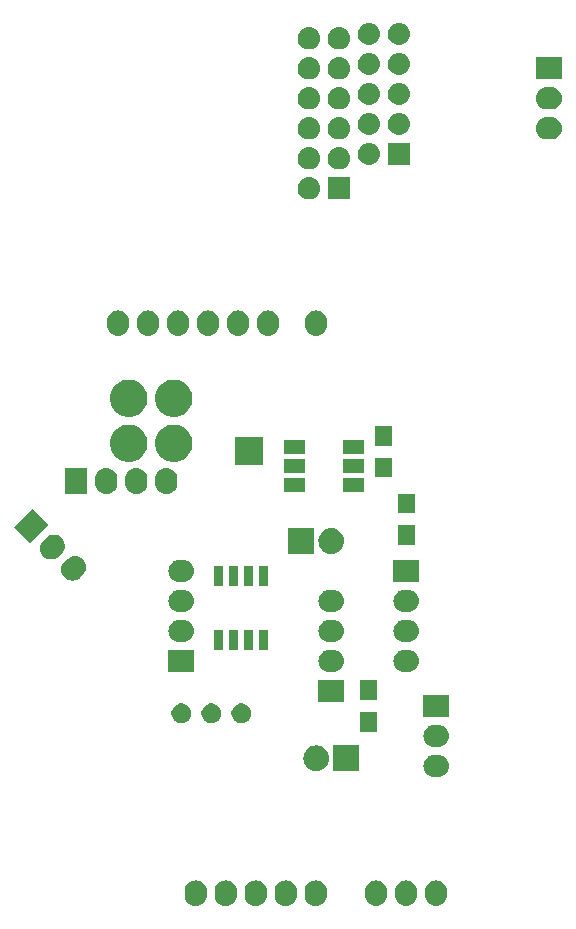
<source format=gts>
G04 #@! TF.GenerationSoftware,KiCad,Pcbnew,5.0.2+dfsg1-1~bpo9+1*
G04 #@! TF.CreationDate,2019-11-08T21:31:29-05:00*
G04 #@! TF.ProjectId,uno,756e6f2e-6b69-4636-9164-5f7063625858,v1.0*
G04 #@! TF.SameCoordinates,Original*
G04 #@! TF.FileFunction,Soldermask,Top*
G04 #@! TF.FilePolarity,Negative*
%FSLAX46Y46*%
G04 Gerber Fmt 4.6, Leading zero omitted, Abs format (unit mm)*
G04 Created by KiCad (PCBNEW 5.0.2+dfsg1-1~bpo9+1) date Fri 08 Nov 2019 09:31:29 PM EST*
%MOMM*%
%LPD*%
G01*
G04 APERTURE LIST*
%ADD10C,0.100000*%
G04 APERTURE END LIST*
D10*
G36*
X56013427Y-107506397D02*
X56013429Y-107506398D01*
X56013432Y-107506398D01*
X56190585Y-107560137D01*
X56343312Y-107641771D01*
X56353853Y-107647405D01*
X56496954Y-107764846D01*
X56614395Y-107907947D01*
X56614396Y-107907949D01*
X56701663Y-108071214D01*
X56755402Y-108248367D01*
X56755402Y-108248368D01*
X56755403Y-108248372D01*
X56769000Y-108386426D01*
X56769000Y-108783573D01*
X56755403Y-108921628D01*
X56755402Y-108921631D01*
X56755402Y-108921632D01*
X56701663Y-109098786D01*
X56620030Y-109251511D01*
X56614395Y-109262053D01*
X56496954Y-109405154D01*
X56353853Y-109522595D01*
X56353851Y-109522596D01*
X56190586Y-109609863D01*
X56013433Y-109663602D01*
X56013430Y-109663602D01*
X56013428Y-109663603D01*
X55829200Y-109681748D01*
X55644973Y-109663603D01*
X55644971Y-109663602D01*
X55644968Y-109663602D01*
X55467815Y-109609863D01*
X55304550Y-109522596D01*
X55304548Y-109522595D01*
X55161447Y-109405154D01*
X55044005Y-109262053D01*
X55038371Y-109251511D01*
X54956737Y-109098786D01*
X54902998Y-108921633D01*
X54902998Y-108921630D01*
X54902997Y-108921628D01*
X54889400Y-108783574D01*
X54889400Y-108386427D01*
X54902997Y-108248373D01*
X54902998Y-108248371D01*
X54902998Y-108248368D01*
X54956737Y-108071215D01*
X55044004Y-107907949D01*
X55044005Y-107907947D01*
X55161446Y-107764846D01*
X55304547Y-107647405D01*
X55315089Y-107641771D01*
X55467814Y-107560137D01*
X55644967Y-107506398D01*
X55644970Y-107506398D01*
X55644972Y-107506397D01*
X55829200Y-107488252D01*
X56013427Y-107506397D01*
X56013427Y-107506397D01*
G37*
G36*
X58553427Y-107506397D02*
X58553429Y-107506398D01*
X58553432Y-107506398D01*
X58730585Y-107560137D01*
X58883312Y-107641771D01*
X58893853Y-107647405D01*
X59036954Y-107764846D01*
X59154395Y-107907947D01*
X59154396Y-107907949D01*
X59241663Y-108071214D01*
X59295402Y-108248367D01*
X59295402Y-108248368D01*
X59295403Y-108248372D01*
X59309000Y-108386426D01*
X59309000Y-108783573D01*
X59295403Y-108921628D01*
X59295402Y-108921631D01*
X59295402Y-108921632D01*
X59241663Y-109098786D01*
X59160030Y-109251511D01*
X59154395Y-109262053D01*
X59036954Y-109405154D01*
X58893853Y-109522595D01*
X58893851Y-109522596D01*
X58730586Y-109609863D01*
X58553433Y-109663602D01*
X58553430Y-109663602D01*
X58553428Y-109663603D01*
X58369200Y-109681748D01*
X58184973Y-109663603D01*
X58184971Y-109663602D01*
X58184968Y-109663602D01*
X58007815Y-109609863D01*
X57844550Y-109522596D01*
X57844548Y-109522595D01*
X57701447Y-109405154D01*
X57584005Y-109262053D01*
X57578371Y-109251511D01*
X57496737Y-109098786D01*
X57442998Y-108921633D01*
X57442998Y-108921630D01*
X57442997Y-108921628D01*
X57429400Y-108783574D01*
X57429400Y-108386427D01*
X57442997Y-108248373D01*
X57442998Y-108248371D01*
X57442998Y-108248368D01*
X57496737Y-108071215D01*
X57584004Y-107907949D01*
X57584005Y-107907947D01*
X57701446Y-107764846D01*
X57844547Y-107647405D01*
X57855089Y-107641771D01*
X58007814Y-107560137D01*
X58184967Y-107506398D01*
X58184970Y-107506398D01*
X58184972Y-107506397D01*
X58369200Y-107488252D01*
X58553427Y-107506397D01*
X58553427Y-107506397D01*
G37*
G36*
X61093427Y-107506397D02*
X61093429Y-107506398D01*
X61093432Y-107506398D01*
X61270585Y-107560137D01*
X61423312Y-107641771D01*
X61433853Y-107647405D01*
X61576954Y-107764846D01*
X61694395Y-107907947D01*
X61694396Y-107907949D01*
X61781663Y-108071214D01*
X61835402Y-108248367D01*
X61835402Y-108248368D01*
X61835403Y-108248372D01*
X61849000Y-108386426D01*
X61849000Y-108783573D01*
X61835403Y-108921628D01*
X61835402Y-108921631D01*
X61835402Y-108921632D01*
X61781663Y-109098786D01*
X61700030Y-109251511D01*
X61694395Y-109262053D01*
X61576954Y-109405154D01*
X61433853Y-109522595D01*
X61433851Y-109522596D01*
X61270586Y-109609863D01*
X61093433Y-109663602D01*
X61093430Y-109663602D01*
X61093428Y-109663603D01*
X60909200Y-109681748D01*
X60724973Y-109663603D01*
X60724971Y-109663602D01*
X60724968Y-109663602D01*
X60547815Y-109609863D01*
X60384550Y-109522596D01*
X60384548Y-109522595D01*
X60241447Y-109405154D01*
X60124005Y-109262053D01*
X60118371Y-109251511D01*
X60036737Y-109098786D01*
X59982998Y-108921633D01*
X59982998Y-108921630D01*
X59982997Y-108921628D01*
X59969400Y-108783574D01*
X59969400Y-108386427D01*
X59982997Y-108248373D01*
X59982998Y-108248371D01*
X59982998Y-108248368D01*
X60036737Y-108071215D01*
X60124004Y-107907949D01*
X60124005Y-107907947D01*
X60241446Y-107764846D01*
X60384547Y-107647405D01*
X60395089Y-107641771D01*
X60547814Y-107560137D01*
X60724967Y-107506398D01*
X60724970Y-107506398D01*
X60724972Y-107506397D01*
X60909200Y-107488252D01*
X61093427Y-107506397D01*
X61093427Y-107506397D01*
G37*
G36*
X63633427Y-107506397D02*
X63633429Y-107506398D01*
X63633432Y-107506398D01*
X63810585Y-107560137D01*
X63963312Y-107641771D01*
X63973853Y-107647405D01*
X64116954Y-107764846D01*
X64234395Y-107907947D01*
X64234396Y-107907949D01*
X64321663Y-108071214D01*
X64375402Y-108248367D01*
X64375402Y-108248368D01*
X64375403Y-108248372D01*
X64389000Y-108386426D01*
X64389000Y-108783573D01*
X64375403Y-108921628D01*
X64375402Y-108921631D01*
X64375402Y-108921632D01*
X64321663Y-109098786D01*
X64240030Y-109251511D01*
X64234395Y-109262053D01*
X64116954Y-109405154D01*
X63973853Y-109522595D01*
X63973851Y-109522596D01*
X63810586Y-109609863D01*
X63633433Y-109663602D01*
X63633430Y-109663602D01*
X63633428Y-109663603D01*
X63449200Y-109681748D01*
X63264973Y-109663603D01*
X63264971Y-109663602D01*
X63264968Y-109663602D01*
X63087815Y-109609863D01*
X62924550Y-109522596D01*
X62924548Y-109522595D01*
X62781447Y-109405154D01*
X62664005Y-109262053D01*
X62658371Y-109251511D01*
X62576737Y-109098786D01*
X62522998Y-108921633D01*
X62522998Y-108921630D01*
X62522997Y-108921628D01*
X62509400Y-108783574D01*
X62509400Y-108386427D01*
X62522997Y-108248373D01*
X62522998Y-108248371D01*
X62522998Y-108248368D01*
X62576737Y-108071215D01*
X62664004Y-107907949D01*
X62664005Y-107907947D01*
X62781446Y-107764846D01*
X62924547Y-107647405D01*
X62935089Y-107641771D01*
X63087814Y-107560137D01*
X63264967Y-107506398D01*
X63264970Y-107506398D01*
X63264972Y-107506397D01*
X63449200Y-107488252D01*
X63633427Y-107506397D01*
X63633427Y-107506397D01*
G37*
G36*
X66173427Y-107506397D02*
X66173429Y-107506398D01*
X66173432Y-107506398D01*
X66350585Y-107560137D01*
X66503312Y-107641771D01*
X66513853Y-107647405D01*
X66656954Y-107764846D01*
X66774395Y-107907947D01*
X66774396Y-107907949D01*
X66861663Y-108071214D01*
X66915402Y-108248367D01*
X66915402Y-108248368D01*
X66915403Y-108248372D01*
X66929000Y-108386426D01*
X66929000Y-108783573D01*
X66915403Y-108921628D01*
X66915402Y-108921631D01*
X66915402Y-108921632D01*
X66861663Y-109098786D01*
X66780030Y-109251511D01*
X66774395Y-109262053D01*
X66656954Y-109405154D01*
X66513853Y-109522595D01*
X66513851Y-109522596D01*
X66350586Y-109609863D01*
X66173433Y-109663602D01*
X66173430Y-109663602D01*
X66173428Y-109663603D01*
X65989200Y-109681748D01*
X65804973Y-109663603D01*
X65804971Y-109663602D01*
X65804968Y-109663602D01*
X65627815Y-109609863D01*
X65464550Y-109522596D01*
X65464548Y-109522595D01*
X65321447Y-109405154D01*
X65204005Y-109262053D01*
X65198371Y-109251511D01*
X65116737Y-109098786D01*
X65062998Y-108921633D01*
X65062998Y-108921630D01*
X65062997Y-108921628D01*
X65049400Y-108783574D01*
X65049400Y-108386427D01*
X65062997Y-108248373D01*
X65062998Y-108248371D01*
X65062998Y-108248368D01*
X65116737Y-108071215D01*
X65204004Y-107907949D01*
X65204005Y-107907947D01*
X65321446Y-107764846D01*
X65464547Y-107647405D01*
X65475089Y-107641771D01*
X65627814Y-107560137D01*
X65804967Y-107506398D01*
X65804970Y-107506398D01*
X65804972Y-107506397D01*
X65989200Y-107488252D01*
X66173427Y-107506397D01*
X66173427Y-107506397D01*
G37*
G36*
X73818827Y-107506397D02*
X73818829Y-107506398D01*
X73818832Y-107506398D01*
X73995985Y-107560137D01*
X74148712Y-107641771D01*
X74159253Y-107647405D01*
X74302354Y-107764846D01*
X74419795Y-107907947D01*
X74419796Y-107907949D01*
X74507063Y-108071214D01*
X74560802Y-108248367D01*
X74560802Y-108248368D01*
X74560803Y-108248372D01*
X74574400Y-108386426D01*
X74574400Y-108783573D01*
X74560803Y-108921628D01*
X74560802Y-108921631D01*
X74560802Y-108921632D01*
X74507063Y-109098786D01*
X74425430Y-109251511D01*
X74419795Y-109262053D01*
X74302354Y-109405154D01*
X74159253Y-109522595D01*
X74159251Y-109522596D01*
X73995986Y-109609863D01*
X73818833Y-109663602D01*
X73818830Y-109663602D01*
X73818828Y-109663603D01*
X73634600Y-109681748D01*
X73450373Y-109663603D01*
X73450371Y-109663602D01*
X73450368Y-109663602D01*
X73273215Y-109609863D01*
X73109950Y-109522596D01*
X73109948Y-109522595D01*
X72966847Y-109405154D01*
X72849405Y-109262053D01*
X72843771Y-109251511D01*
X72762137Y-109098786D01*
X72708398Y-108921633D01*
X72708398Y-108921630D01*
X72708397Y-108921628D01*
X72694800Y-108783574D01*
X72694800Y-108386427D01*
X72708397Y-108248373D01*
X72708398Y-108248371D01*
X72708398Y-108248368D01*
X72762137Y-108071215D01*
X72849404Y-107907949D01*
X72849405Y-107907947D01*
X72966846Y-107764846D01*
X73109947Y-107647405D01*
X73120489Y-107641771D01*
X73273214Y-107560137D01*
X73450367Y-107506398D01*
X73450370Y-107506398D01*
X73450372Y-107506397D01*
X73634600Y-107488252D01*
X73818827Y-107506397D01*
X73818827Y-107506397D01*
G37*
G36*
X76358827Y-107506397D02*
X76358829Y-107506398D01*
X76358832Y-107506398D01*
X76535985Y-107560137D01*
X76688712Y-107641771D01*
X76699253Y-107647405D01*
X76842354Y-107764846D01*
X76959795Y-107907947D01*
X76959796Y-107907949D01*
X77047063Y-108071214D01*
X77100802Y-108248367D01*
X77100802Y-108248368D01*
X77100803Y-108248372D01*
X77114400Y-108386426D01*
X77114400Y-108783573D01*
X77100803Y-108921628D01*
X77100802Y-108921631D01*
X77100802Y-108921632D01*
X77047063Y-109098786D01*
X76965430Y-109251511D01*
X76959795Y-109262053D01*
X76842354Y-109405154D01*
X76699253Y-109522595D01*
X76699251Y-109522596D01*
X76535986Y-109609863D01*
X76358833Y-109663602D01*
X76358830Y-109663602D01*
X76358828Y-109663603D01*
X76174600Y-109681748D01*
X75990373Y-109663603D01*
X75990371Y-109663602D01*
X75990368Y-109663602D01*
X75813215Y-109609863D01*
X75649950Y-109522596D01*
X75649948Y-109522595D01*
X75506847Y-109405154D01*
X75389405Y-109262053D01*
X75383771Y-109251511D01*
X75302137Y-109098786D01*
X75248398Y-108921633D01*
X75248398Y-108921630D01*
X75248397Y-108921628D01*
X75234800Y-108783574D01*
X75234800Y-108386427D01*
X75248397Y-108248373D01*
X75248398Y-108248371D01*
X75248398Y-108248368D01*
X75302137Y-108071215D01*
X75389404Y-107907949D01*
X75389405Y-107907947D01*
X75506846Y-107764846D01*
X75649947Y-107647405D01*
X75660489Y-107641771D01*
X75813214Y-107560137D01*
X75990367Y-107506398D01*
X75990370Y-107506398D01*
X75990372Y-107506397D01*
X76174600Y-107488252D01*
X76358827Y-107506397D01*
X76358827Y-107506397D01*
G37*
G36*
X71278827Y-107506397D02*
X71278829Y-107506398D01*
X71278832Y-107506398D01*
X71455985Y-107560137D01*
X71608712Y-107641771D01*
X71619253Y-107647405D01*
X71762354Y-107764846D01*
X71879795Y-107907947D01*
X71879796Y-107907949D01*
X71967063Y-108071214D01*
X72020802Y-108248367D01*
X72020802Y-108248368D01*
X72020803Y-108248372D01*
X72034400Y-108386426D01*
X72034400Y-108783573D01*
X72020803Y-108921628D01*
X72020802Y-108921631D01*
X72020802Y-108921632D01*
X71967063Y-109098786D01*
X71885430Y-109251511D01*
X71879795Y-109262053D01*
X71762354Y-109405154D01*
X71619253Y-109522595D01*
X71619251Y-109522596D01*
X71455986Y-109609863D01*
X71278833Y-109663602D01*
X71278830Y-109663602D01*
X71278828Y-109663603D01*
X71094600Y-109681748D01*
X70910373Y-109663603D01*
X70910371Y-109663602D01*
X70910368Y-109663602D01*
X70733215Y-109609863D01*
X70569950Y-109522596D01*
X70569948Y-109522595D01*
X70426847Y-109405154D01*
X70309405Y-109262053D01*
X70303771Y-109251511D01*
X70222137Y-109098786D01*
X70168398Y-108921633D01*
X70168398Y-108921630D01*
X70168397Y-108921628D01*
X70154800Y-108783574D01*
X70154800Y-108386427D01*
X70168397Y-108248373D01*
X70168398Y-108248371D01*
X70168398Y-108248368D01*
X70222137Y-108071215D01*
X70309404Y-107907949D01*
X70309405Y-107907947D01*
X70426846Y-107764846D01*
X70569947Y-107647405D01*
X70580489Y-107641771D01*
X70733214Y-107560137D01*
X70910367Y-107506398D01*
X70910370Y-107506398D01*
X70910372Y-107506397D01*
X71094600Y-107488252D01*
X71278827Y-107506397D01*
X71278827Y-107506397D01*
G37*
G36*
X76536628Y-96863797D02*
X76536630Y-96863798D01*
X76536633Y-96863798D01*
X76713786Y-96917537D01*
X76866511Y-96999171D01*
X76877053Y-97004805D01*
X77020154Y-97122246D01*
X77137595Y-97265347D01*
X77137596Y-97265349D01*
X77224863Y-97428614D01*
X77278602Y-97605767D01*
X77278602Y-97605770D01*
X77278603Y-97605772D01*
X77296748Y-97790000D01*
X77278603Y-97974228D01*
X77278602Y-97974230D01*
X77278602Y-97974233D01*
X77224863Y-98151386D01*
X77182096Y-98231397D01*
X77137595Y-98314653D01*
X77020154Y-98457754D01*
X76877053Y-98575195D01*
X76877051Y-98575196D01*
X76713786Y-98662463D01*
X76536633Y-98716202D01*
X76536630Y-98716202D01*
X76536628Y-98716203D01*
X76398574Y-98729800D01*
X76001426Y-98729800D01*
X75863372Y-98716203D01*
X75863370Y-98716202D01*
X75863367Y-98716202D01*
X75686214Y-98662463D01*
X75522949Y-98575196D01*
X75522947Y-98575195D01*
X75379846Y-98457754D01*
X75262405Y-98314653D01*
X75217904Y-98231397D01*
X75175137Y-98151386D01*
X75121398Y-97974233D01*
X75121398Y-97974230D01*
X75121397Y-97974228D01*
X75103252Y-97790000D01*
X75121397Y-97605772D01*
X75121398Y-97605770D01*
X75121398Y-97605767D01*
X75175137Y-97428614D01*
X75262404Y-97265349D01*
X75262405Y-97265347D01*
X75379846Y-97122246D01*
X75522947Y-97004805D01*
X75533489Y-96999171D01*
X75686214Y-96917537D01*
X75863367Y-96863798D01*
X75863370Y-96863798D01*
X75863372Y-96863797D01*
X76001426Y-96850200D01*
X76398574Y-96850200D01*
X76536628Y-96863797D01*
X76536628Y-96863797D01*
G37*
G36*
X69672200Y-98247200D02*
X67487800Y-98247200D01*
X67487800Y-96062800D01*
X69672200Y-96062800D01*
X69672200Y-98247200D01*
X69672200Y-98247200D01*
G37*
G36*
X66254105Y-96078603D02*
X66254108Y-96078604D01*
X66254109Y-96078604D01*
X66459989Y-96141057D01*
X66628032Y-96230878D01*
X66649731Y-96242476D01*
X66816038Y-96378962D01*
X66952524Y-96545269D01*
X66952525Y-96545271D01*
X67053943Y-96735011D01*
X67109312Y-96917538D01*
X67116397Y-96940895D01*
X67137485Y-97155000D01*
X67116397Y-97369105D01*
X67116396Y-97369108D01*
X67116396Y-97369109D01*
X67053943Y-97574989D01*
X67037489Y-97605772D01*
X66952524Y-97764731D01*
X66816038Y-97931038D01*
X66649731Y-98067524D01*
X66649729Y-98067525D01*
X66459989Y-98168943D01*
X66254109Y-98231396D01*
X66254108Y-98231396D01*
X66254105Y-98231397D01*
X66093654Y-98247200D01*
X65986346Y-98247200D01*
X65825895Y-98231397D01*
X65825892Y-98231396D01*
X65825891Y-98231396D01*
X65620011Y-98168943D01*
X65430271Y-98067525D01*
X65430269Y-98067524D01*
X65263962Y-97931038D01*
X65127476Y-97764731D01*
X65042511Y-97605772D01*
X65026057Y-97574989D01*
X64963604Y-97369109D01*
X64963604Y-97369108D01*
X64963603Y-97369105D01*
X64942515Y-97155000D01*
X64963603Y-96940895D01*
X64970688Y-96917538D01*
X65026057Y-96735011D01*
X65127475Y-96545271D01*
X65127476Y-96545269D01*
X65263962Y-96378962D01*
X65430269Y-96242476D01*
X65451968Y-96230878D01*
X65620011Y-96141057D01*
X65825891Y-96078604D01*
X65825892Y-96078604D01*
X65825895Y-96078603D01*
X65986346Y-96062800D01*
X66093654Y-96062800D01*
X66254105Y-96078603D01*
X66254105Y-96078603D01*
G37*
G36*
X76536628Y-94323797D02*
X76536630Y-94323798D01*
X76536633Y-94323798D01*
X76713786Y-94377537D01*
X76866511Y-94459170D01*
X76877053Y-94464805D01*
X77020154Y-94582246D01*
X77137595Y-94725347D01*
X77137596Y-94725349D01*
X77224863Y-94888614D01*
X77278602Y-95065767D01*
X77278602Y-95065770D01*
X77278603Y-95065772D01*
X77296748Y-95250000D01*
X77278603Y-95434228D01*
X77278602Y-95434230D01*
X77278602Y-95434233D01*
X77224863Y-95611386D01*
X77143229Y-95764111D01*
X77137595Y-95774653D01*
X77020154Y-95917754D01*
X76877053Y-96035195D01*
X76877051Y-96035196D01*
X76713786Y-96122463D01*
X76536633Y-96176202D01*
X76536630Y-96176202D01*
X76536628Y-96176203D01*
X76398574Y-96189800D01*
X76001426Y-96189800D01*
X75863372Y-96176203D01*
X75863370Y-96176202D01*
X75863367Y-96176202D01*
X75686214Y-96122463D01*
X75522949Y-96035196D01*
X75522947Y-96035195D01*
X75379846Y-95917754D01*
X75262405Y-95774653D01*
X75256771Y-95764111D01*
X75175137Y-95611386D01*
X75121398Y-95434233D01*
X75121398Y-95434230D01*
X75121397Y-95434228D01*
X75103252Y-95250000D01*
X75121397Y-95065772D01*
X75121398Y-95065770D01*
X75121398Y-95065767D01*
X75175137Y-94888614D01*
X75262404Y-94725349D01*
X75262405Y-94725347D01*
X75379846Y-94582246D01*
X75522947Y-94464805D01*
X75533489Y-94459170D01*
X75686214Y-94377537D01*
X75863367Y-94323798D01*
X75863370Y-94323798D01*
X75863372Y-94323797D01*
X76001426Y-94310200D01*
X76398574Y-94310200D01*
X76536628Y-94323797D01*
X76536628Y-94323797D01*
G37*
G36*
X71211200Y-94886200D02*
X69758800Y-94886200D01*
X69758800Y-93233800D01*
X71211200Y-93233800D01*
X71211200Y-94886200D01*
X71211200Y-94886200D01*
G37*
G36*
X59934494Y-92539011D02*
X60087037Y-92602197D01*
X60224322Y-92693927D01*
X60341073Y-92810678D01*
X60432803Y-92947963D01*
X60495989Y-93100506D01*
X60528200Y-93262444D01*
X60528200Y-93427556D01*
X60495989Y-93589494D01*
X60432803Y-93742037D01*
X60341073Y-93879322D01*
X60224322Y-93996073D01*
X60087037Y-94087803D01*
X59934494Y-94150989D01*
X59772556Y-94183200D01*
X59607444Y-94183200D01*
X59445506Y-94150989D01*
X59292963Y-94087803D01*
X59155678Y-93996073D01*
X59038927Y-93879322D01*
X58947197Y-93742037D01*
X58884011Y-93589494D01*
X58851800Y-93427556D01*
X58851800Y-93262444D01*
X58884011Y-93100506D01*
X58947197Y-92947963D01*
X59038927Y-92810678D01*
X59155678Y-92693927D01*
X59292963Y-92602197D01*
X59445506Y-92539011D01*
X59607444Y-92506800D01*
X59772556Y-92506800D01*
X59934494Y-92539011D01*
X59934494Y-92539011D01*
G37*
G36*
X54854494Y-92539011D02*
X55007037Y-92602197D01*
X55144322Y-92693927D01*
X55261073Y-92810678D01*
X55352803Y-92947963D01*
X55415989Y-93100506D01*
X55448200Y-93262444D01*
X55448200Y-93427556D01*
X55415989Y-93589494D01*
X55352803Y-93742037D01*
X55261073Y-93879322D01*
X55144322Y-93996073D01*
X55007037Y-94087803D01*
X54854494Y-94150989D01*
X54692556Y-94183200D01*
X54527444Y-94183200D01*
X54365506Y-94150989D01*
X54212963Y-94087803D01*
X54075678Y-93996073D01*
X53958927Y-93879322D01*
X53867197Y-93742037D01*
X53804011Y-93589494D01*
X53771800Y-93427556D01*
X53771800Y-93262444D01*
X53804011Y-93100506D01*
X53867197Y-92947963D01*
X53958927Y-92810678D01*
X54075678Y-92693927D01*
X54212963Y-92602197D01*
X54365506Y-92539011D01*
X54527444Y-92506800D01*
X54692556Y-92506800D01*
X54854494Y-92539011D01*
X54854494Y-92539011D01*
G37*
G36*
X57394494Y-92539011D02*
X57547037Y-92602197D01*
X57684322Y-92693927D01*
X57801073Y-92810678D01*
X57892803Y-92947963D01*
X57955989Y-93100506D01*
X57988200Y-93262444D01*
X57988200Y-93427556D01*
X57955989Y-93589494D01*
X57892803Y-93742037D01*
X57801073Y-93879322D01*
X57684322Y-93996073D01*
X57547037Y-94087803D01*
X57394494Y-94150989D01*
X57232556Y-94183200D01*
X57067444Y-94183200D01*
X56905506Y-94150989D01*
X56752963Y-94087803D01*
X56615678Y-93996073D01*
X56498927Y-93879322D01*
X56407197Y-93742037D01*
X56344011Y-93589494D01*
X56311800Y-93427556D01*
X56311800Y-93262444D01*
X56344011Y-93100506D01*
X56407197Y-92947963D01*
X56498927Y-92810678D01*
X56615678Y-92693927D01*
X56752963Y-92602197D01*
X56905506Y-92539011D01*
X57067444Y-92506800D01*
X57232556Y-92506800D01*
X57394494Y-92539011D01*
X57394494Y-92539011D01*
G37*
G36*
X77292200Y-93649800D02*
X75107800Y-93649800D01*
X75107800Y-91770200D01*
X77292200Y-91770200D01*
X77292200Y-93649800D01*
X77292200Y-93649800D01*
G37*
G36*
X68402200Y-92379800D02*
X66217800Y-92379800D01*
X66217800Y-90500200D01*
X68402200Y-90500200D01*
X68402200Y-92379800D01*
X68402200Y-92379800D01*
G37*
G36*
X71211200Y-92186200D02*
X69758800Y-92186200D01*
X69758800Y-90533800D01*
X71211200Y-90533800D01*
X71211200Y-92186200D01*
X71211200Y-92186200D01*
G37*
G36*
X73996628Y-87973797D02*
X73996630Y-87973798D01*
X73996633Y-87973798D01*
X74173786Y-88027537D01*
X74326511Y-88109171D01*
X74337053Y-88114805D01*
X74480154Y-88232246D01*
X74597595Y-88375347D01*
X74597596Y-88375349D01*
X74684863Y-88538614D01*
X74738602Y-88715767D01*
X74738602Y-88715770D01*
X74738603Y-88715772D01*
X74756748Y-88900000D01*
X74738603Y-89084228D01*
X74738602Y-89084230D01*
X74738602Y-89084233D01*
X74684863Y-89261386D01*
X74603230Y-89414111D01*
X74597595Y-89424653D01*
X74480154Y-89567754D01*
X74337053Y-89685195D01*
X74337051Y-89685196D01*
X74173786Y-89772463D01*
X73996633Y-89826202D01*
X73996630Y-89826202D01*
X73996628Y-89826203D01*
X73858574Y-89839800D01*
X73461426Y-89839800D01*
X73323372Y-89826203D01*
X73323370Y-89826202D01*
X73323367Y-89826202D01*
X73146214Y-89772463D01*
X72982949Y-89685196D01*
X72982947Y-89685195D01*
X72839846Y-89567754D01*
X72722405Y-89424653D01*
X72716771Y-89414111D01*
X72635137Y-89261386D01*
X72581398Y-89084233D01*
X72581398Y-89084230D01*
X72581397Y-89084228D01*
X72563252Y-88900000D01*
X72581397Y-88715772D01*
X72581398Y-88715770D01*
X72581398Y-88715767D01*
X72635137Y-88538614D01*
X72722404Y-88375349D01*
X72722405Y-88375347D01*
X72839846Y-88232246D01*
X72982947Y-88114805D01*
X72993489Y-88109171D01*
X73146214Y-88027537D01*
X73323367Y-87973798D01*
X73323370Y-87973798D01*
X73323372Y-87973797D01*
X73461426Y-87960200D01*
X73858574Y-87960200D01*
X73996628Y-87973797D01*
X73996628Y-87973797D01*
G37*
G36*
X55702200Y-89839800D02*
X53517800Y-89839800D01*
X53517800Y-87960200D01*
X55702200Y-87960200D01*
X55702200Y-89839800D01*
X55702200Y-89839800D01*
G37*
G36*
X67646628Y-87973797D02*
X67646630Y-87973798D01*
X67646633Y-87973798D01*
X67823786Y-88027537D01*
X67976511Y-88109171D01*
X67987053Y-88114805D01*
X68130154Y-88232246D01*
X68247595Y-88375347D01*
X68247596Y-88375349D01*
X68334863Y-88538614D01*
X68388602Y-88715767D01*
X68388602Y-88715770D01*
X68388603Y-88715772D01*
X68406748Y-88900000D01*
X68388603Y-89084228D01*
X68388602Y-89084230D01*
X68388602Y-89084233D01*
X68334863Y-89261386D01*
X68253230Y-89414111D01*
X68247595Y-89424653D01*
X68130154Y-89567754D01*
X67987053Y-89685195D01*
X67987051Y-89685196D01*
X67823786Y-89772463D01*
X67646633Y-89826202D01*
X67646630Y-89826202D01*
X67646628Y-89826203D01*
X67508574Y-89839800D01*
X67111426Y-89839800D01*
X66973372Y-89826203D01*
X66973370Y-89826202D01*
X66973367Y-89826202D01*
X66796214Y-89772463D01*
X66632949Y-89685196D01*
X66632947Y-89685195D01*
X66489846Y-89567754D01*
X66372405Y-89424653D01*
X66366771Y-89414111D01*
X66285137Y-89261386D01*
X66231398Y-89084233D01*
X66231398Y-89084230D01*
X66231397Y-89084228D01*
X66213252Y-88900000D01*
X66231397Y-88715772D01*
X66231398Y-88715770D01*
X66231398Y-88715767D01*
X66285137Y-88538614D01*
X66372404Y-88375349D01*
X66372405Y-88375347D01*
X66489846Y-88232246D01*
X66632947Y-88114805D01*
X66643489Y-88109171D01*
X66796214Y-88027537D01*
X66973367Y-87973798D01*
X66973370Y-87973798D01*
X66973372Y-87973797D01*
X67111426Y-87960200D01*
X67508574Y-87960200D01*
X67646628Y-87973797D01*
X67646628Y-87973797D01*
G37*
G36*
X60701200Y-88006200D02*
X59948800Y-88006200D01*
X59948800Y-86303800D01*
X60701200Y-86303800D01*
X60701200Y-88006200D01*
X60701200Y-88006200D01*
G37*
G36*
X61971200Y-88006200D02*
X61218800Y-88006200D01*
X61218800Y-86303800D01*
X61971200Y-86303800D01*
X61971200Y-88006200D01*
X61971200Y-88006200D01*
G37*
G36*
X58161200Y-88006200D02*
X57408800Y-88006200D01*
X57408800Y-86303800D01*
X58161200Y-86303800D01*
X58161200Y-88006200D01*
X58161200Y-88006200D01*
G37*
G36*
X59431200Y-88006200D02*
X58678800Y-88006200D01*
X58678800Y-86303800D01*
X59431200Y-86303800D01*
X59431200Y-88006200D01*
X59431200Y-88006200D01*
G37*
G36*
X54946628Y-85433797D02*
X54946630Y-85433798D01*
X54946633Y-85433798D01*
X55123786Y-85487537D01*
X55276511Y-85569170D01*
X55287053Y-85574805D01*
X55430154Y-85692246D01*
X55547595Y-85835347D01*
X55547596Y-85835349D01*
X55634863Y-85998614D01*
X55688602Y-86175767D01*
X55688602Y-86175770D01*
X55688603Y-86175772D01*
X55706748Y-86360000D01*
X55688603Y-86544228D01*
X55688602Y-86544230D01*
X55688602Y-86544233D01*
X55634863Y-86721386D01*
X55553229Y-86874111D01*
X55547595Y-86884653D01*
X55430154Y-87027754D01*
X55287053Y-87145195D01*
X55287051Y-87145196D01*
X55123786Y-87232463D01*
X54946633Y-87286202D01*
X54946630Y-87286202D01*
X54946628Y-87286203D01*
X54808574Y-87299800D01*
X54411426Y-87299800D01*
X54273372Y-87286203D01*
X54273370Y-87286202D01*
X54273367Y-87286202D01*
X54096214Y-87232463D01*
X53932949Y-87145196D01*
X53932947Y-87145195D01*
X53789846Y-87027754D01*
X53672405Y-86884653D01*
X53666771Y-86874111D01*
X53585137Y-86721386D01*
X53531398Y-86544233D01*
X53531398Y-86544230D01*
X53531397Y-86544228D01*
X53513252Y-86360000D01*
X53531397Y-86175772D01*
X53531398Y-86175770D01*
X53531398Y-86175767D01*
X53585137Y-85998614D01*
X53672404Y-85835349D01*
X53672405Y-85835347D01*
X53789846Y-85692246D01*
X53932947Y-85574805D01*
X53943489Y-85569170D01*
X54096214Y-85487537D01*
X54273367Y-85433798D01*
X54273370Y-85433798D01*
X54273372Y-85433797D01*
X54411426Y-85420200D01*
X54808574Y-85420200D01*
X54946628Y-85433797D01*
X54946628Y-85433797D01*
G37*
G36*
X67646628Y-85433797D02*
X67646630Y-85433798D01*
X67646633Y-85433798D01*
X67823786Y-85487537D01*
X67976511Y-85569170D01*
X67987053Y-85574805D01*
X68130154Y-85692246D01*
X68247595Y-85835347D01*
X68247596Y-85835349D01*
X68334863Y-85998614D01*
X68388602Y-86175767D01*
X68388602Y-86175770D01*
X68388603Y-86175772D01*
X68406748Y-86360000D01*
X68388603Y-86544228D01*
X68388602Y-86544230D01*
X68388602Y-86544233D01*
X68334863Y-86721386D01*
X68253229Y-86874111D01*
X68247595Y-86884653D01*
X68130154Y-87027754D01*
X67987053Y-87145195D01*
X67987051Y-87145196D01*
X67823786Y-87232463D01*
X67646633Y-87286202D01*
X67646630Y-87286202D01*
X67646628Y-87286203D01*
X67508574Y-87299800D01*
X67111426Y-87299800D01*
X66973372Y-87286203D01*
X66973370Y-87286202D01*
X66973367Y-87286202D01*
X66796214Y-87232463D01*
X66632949Y-87145196D01*
X66632947Y-87145195D01*
X66489846Y-87027754D01*
X66372405Y-86884653D01*
X66366771Y-86874111D01*
X66285137Y-86721386D01*
X66231398Y-86544233D01*
X66231398Y-86544230D01*
X66231397Y-86544228D01*
X66213252Y-86360000D01*
X66231397Y-86175772D01*
X66231398Y-86175770D01*
X66231398Y-86175767D01*
X66285137Y-85998614D01*
X66372404Y-85835349D01*
X66372405Y-85835347D01*
X66489846Y-85692246D01*
X66632947Y-85574805D01*
X66643489Y-85569170D01*
X66796214Y-85487537D01*
X66973367Y-85433798D01*
X66973370Y-85433798D01*
X66973372Y-85433797D01*
X67111426Y-85420200D01*
X67508574Y-85420200D01*
X67646628Y-85433797D01*
X67646628Y-85433797D01*
G37*
G36*
X73996628Y-85433797D02*
X73996630Y-85433798D01*
X73996633Y-85433798D01*
X74173786Y-85487537D01*
X74326511Y-85569170D01*
X74337053Y-85574805D01*
X74480154Y-85692246D01*
X74597595Y-85835347D01*
X74597596Y-85835349D01*
X74684863Y-85998614D01*
X74738602Y-86175767D01*
X74738602Y-86175770D01*
X74738603Y-86175772D01*
X74756748Y-86360000D01*
X74738603Y-86544228D01*
X74738602Y-86544230D01*
X74738602Y-86544233D01*
X74684863Y-86721386D01*
X74603229Y-86874111D01*
X74597595Y-86884653D01*
X74480154Y-87027754D01*
X74337053Y-87145195D01*
X74337051Y-87145196D01*
X74173786Y-87232463D01*
X73996633Y-87286202D01*
X73996630Y-87286202D01*
X73996628Y-87286203D01*
X73858574Y-87299800D01*
X73461426Y-87299800D01*
X73323372Y-87286203D01*
X73323370Y-87286202D01*
X73323367Y-87286202D01*
X73146214Y-87232463D01*
X72982949Y-87145196D01*
X72982947Y-87145195D01*
X72839846Y-87027754D01*
X72722405Y-86884653D01*
X72716771Y-86874111D01*
X72635137Y-86721386D01*
X72581398Y-86544233D01*
X72581398Y-86544230D01*
X72581397Y-86544228D01*
X72563252Y-86360000D01*
X72581397Y-86175772D01*
X72581398Y-86175770D01*
X72581398Y-86175767D01*
X72635137Y-85998614D01*
X72722404Y-85835349D01*
X72722405Y-85835347D01*
X72839846Y-85692246D01*
X72982947Y-85574805D01*
X72993489Y-85569170D01*
X73146214Y-85487537D01*
X73323367Y-85433798D01*
X73323370Y-85433798D01*
X73323372Y-85433797D01*
X73461426Y-85420200D01*
X73858574Y-85420200D01*
X73996628Y-85433797D01*
X73996628Y-85433797D01*
G37*
G36*
X67646628Y-82893797D02*
X67646630Y-82893798D01*
X67646633Y-82893798D01*
X67823786Y-82947537D01*
X67976511Y-83029171D01*
X67987053Y-83034805D01*
X68130154Y-83152246D01*
X68247595Y-83295347D01*
X68247596Y-83295349D01*
X68334863Y-83458614D01*
X68388602Y-83635767D01*
X68388602Y-83635770D01*
X68388603Y-83635772D01*
X68406748Y-83820000D01*
X68388603Y-84004228D01*
X68388602Y-84004230D01*
X68388602Y-84004233D01*
X68334863Y-84181386D01*
X68253230Y-84334111D01*
X68247595Y-84344653D01*
X68130154Y-84487754D01*
X67987053Y-84605195D01*
X67987051Y-84605196D01*
X67823786Y-84692463D01*
X67646633Y-84746202D01*
X67646630Y-84746202D01*
X67646628Y-84746203D01*
X67508574Y-84759800D01*
X67111426Y-84759800D01*
X66973372Y-84746203D01*
X66973370Y-84746202D01*
X66973367Y-84746202D01*
X66796214Y-84692463D01*
X66632949Y-84605196D01*
X66632947Y-84605195D01*
X66489846Y-84487754D01*
X66372405Y-84344653D01*
X66366770Y-84334111D01*
X66285137Y-84181386D01*
X66231398Y-84004233D01*
X66231398Y-84004230D01*
X66231397Y-84004228D01*
X66213252Y-83820000D01*
X66231397Y-83635772D01*
X66231398Y-83635770D01*
X66231398Y-83635767D01*
X66285137Y-83458614D01*
X66372404Y-83295349D01*
X66372405Y-83295347D01*
X66489846Y-83152246D01*
X66632947Y-83034805D01*
X66643489Y-83029171D01*
X66796214Y-82947537D01*
X66973367Y-82893798D01*
X66973370Y-82893798D01*
X66973372Y-82893797D01*
X67111426Y-82880200D01*
X67508574Y-82880200D01*
X67646628Y-82893797D01*
X67646628Y-82893797D01*
G37*
G36*
X54946628Y-82893797D02*
X54946630Y-82893798D01*
X54946633Y-82893798D01*
X55123786Y-82947537D01*
X55276511Y-83029171D01*
X55287053Y-83034805D01*
X55430154Y-83152246D01*
X55547595Y-83295347D01*
X55547596Y-83295349D01*
X55634863Y-83458614D01*
X55688602Y-83635767D01*
X55688602Y-83635770D01*
X55688603Y-83635772D01*
X55706748Y-83820000D01*
X55688603Y-84004228D01*
X55688602Y-84004230D01*
X55688602Y-84004233D01*
X55634863Y-84181386D01*
X55553230Y-84334111D01*
X55547595Y-84344653D01*
X55430154Y-84487754D01*
X55287053Y-84605195D01*
X55287051Y-84605196D01*
X55123786Y-84692463D01*
X54946633Y-84746202D01*
X54946630Y-84746202D01*
X54946628Y-84746203D01*
X54808574Y-84759800D01*
X54411426Y-84759800D01*
X54273372Y-84746203D01*
X54273370Y-84746202D01*
X54273367Y-84746202D01*
X54096214Y-84692463D01*
X53932949Y-84605196D01*
X53932947Y-84605195D01*
X53789846Y-84487754D01*
X53672405Y-84344653D01*
X53666770Y-84334111D01*
X53585137Y-84181386D01*
X53531398Y-84004233D01*
X53531398Y-84004230D01*
X53531397Y-84004228D01*
X53513252Y-83820000D01*
X53531397Y-83635772D01*
X53531398Y-83635770D01*
X53531398Y-83635767D01*
X53585137Y-83458614D01*
X53672404Y-83295349D01*
X53672405Y-83295347D01*
X53789846Y-83152246D01*
X53932947Y-83034805D01*
X53943489Y-83029171D01*
X54096214Y-82947537D01*
X54273367Y-82893798D01*
X54273370Y-82893798D01*
X54273372Y-82893797D01*
X54411426Y-82880200D01*
X54808574Y-82880200D01*
X54946628Y-82893797D01*
X54946628Y-82893797D01*
G37*
G36*
X73996628Y-82893797D02*
X73996630Y-82893798D01*
X73996633Y-82893798D01*
X74173786Y-82947537D01*
X74326511Y-83029171D01*
X74337053Y-83034805D01*
X74480154Y-83152246D01*
X74597595Y-83295347D01*
X74597596Y-83295349D01*
X74684863Y-83458614D01*
X74738602Y-83635767D01*
X74738602Y-83635770D01*
X74738603Y-83635772D01*
X74756748Y-83820000D01*
X74738603Y-84004228D01*
X74738602Y-84004230D01*
X74738602Y-84004233D01*
X74684863Y-84181386D01*
X74603230Y-84334111D01*
X74597595Y-84344653D01*
X74480154Y-84487754D01*
X74337053Y-84605195D01*
X74337051Y-84605196D01*
X74173786Y-84692463D01*
X73996633Y-84746202D01*
X73996630Y-84746202D01*
X73996628Y-84746203D01*
X73858574Y-84759800D01*
X73461426Y-84759800D01*
X73323372Y-84746203D01*
X73323370Y-84746202D01*
X73323367Y-84746202D01*
X73146214Y-84692463D01*
X72982949Y-84605196D01*
X72982947Y-84605195D01*
X72839846Y-84487754D01*
X72722405Y-84344653D01*
X72716770Y-84334111D01*
X72635137Y-84181386D01*
X72581398Y-84004233D01*
X72581398Y-84004230D01*
X72581397Y-84004228D01*
X72563252Y-83820000D01*
X72581397Y-83635772D01*
X72581398Y-83635770D01*
X72581398Y-83635767D01*
X72635137Y-83458614D01*
X72722404Y-83295349D01*
X72722405Y-83295347D01*
X72839846Y-83152246D01*
X72982947Y-83034805D01*
X72993489Y-83029171D01*
X73146214Y-82947537D01*
X73323367Y-82893798D01*
X73323370Y-82893798D01*
X73323372Y-82893797D01*
X73461426Y-82880200D01*
X73858574Y-82880200D01*
X73996628Y-82893797D01*
X73996628Y-82893797D01*
G37*
G36*
X58161200Y-82606200D02*
X57408800Y-82606200D01*
X57408800Y-80903800D01*
X58161200Y-80903800D01*
X58161200Y-82606200D01*
X58161200Y-82606200D01*
G37*
G36*
X59431200Y-82606200D02*
X58678800Y-82606200D01*
X58678800Y-80903800D01*
X59431200Y-80903800D01*
X59431200Y-82606200D01*
X59431200Y-82606200D01*
G37*
G36*
X60701200Y-82606200D02*
X59948800Y-82606200D01*
X59948800Y-80903800D01*
X60701200Y-80903800D01*
X60701200Y-82606200D01*
X60701200Y-82606200D01*
G37*
G36*
X61971200Y-82606200D02*
X61218800Y-82606200D01*
X61218800Y-80903800D01*
X61971200Y-80903800D01*
X61971200Y-82606200D01*
X61971200Y-82606200D01*
G37*
G36*
X74752200Y-82219800D02*
X72567800Y-82219800D01*
X72567800Y-80340200D01*
X74752200Y-80340200D01*
X74752200Y-82219800D01*
X74752200Y-82219800D01*
G37*
G36*
X54946628Y-80353797D02*
X54946630Y-80353798D01*
X54946633Y-80353798D01*
X55123786Y-80407537D01*
X55276511Y-80489170D01*
X55287053Y-80494805D01*
X55430154Y-80612246D01*
X55547595Y-80755347D01*
X55547596Y-80755349D01*
X55634863Y-80918614D01*
X55688602Y-81095767D01*
X55688602Y-81095770D01*
X55688603Y-81095772D01*
X55706748Y-81280000D01*
X55688603Y-81464228D01*
X55688602Y-81464230D01*
X55688602Y-81464233D01*
X55634863Y-81641386D01*
X55553229Y-81794111D01*
X55547595Y-81804653D01*
X55430154Y-81947754D01*
X55287053Y-82065195D01*
X55287051Y-82065196D01*
X55123786Y-82152463D01*
X54946633Y-82206202D01*
X54946630Y-82206202D01*
X54946628Y-82206203D01*
X54808574Y-82219800D01*
X54411426Y-82219800D01*
X54273372Y-82206203D01*
X54273370Y-82206202D01*
X54273367Y-82206202D01*
X54096214Y-82152463D01*
X53932949Y-82065196D01*
X53932947Y-82065195D01*
X53789846Y-81947754D01*
X53672405Y-81804653D01*
X53666771Y-81794111D01*
X53585137Y-81641386D01*
X53531398Y-81464233D01*
X53531398Y-81464230D01*
X53531397Y-81464228D01*
X53513252Y-81280000D01*
X53531397Y-81095772D01*
X53531398Y-81095770D01*
X53531398Y-81095767D01*
X53585137Y-80918614D01*
X53672404Y-80755349D01*
X53672405Y-80755347D01*
X53789846Y-80612246D01*
X53932947Y-80494805D01*
X53943489Y-80489170D01*
X54096214Y-80407537D01*
X54273367Y-80353798D01*
X54273370Y-80353798D01*
X54273372Y-80353797D01*
X54411426Y-80340200D01*
X54808574Y-80340200D01*
X54946628Y-80353797D01*
X54946628Y-80353797D01*
G37*
G36*
X45794097Y-80028137D02*
X45858710Y-80047738D01*
X45971251Y-80081876D01*
X46134516Y-80169143D01*
X46277619Y-80286585D01*
X46395061Y-80429688D01*
X46482328Y-80592953D01*
X46516466Y-80705494D01*
X46536067Y-80770107D01*
X46554212Y-80954339D01*
X46536067Y-81138572D01*
X46507932Y-81231319D01*
X46482328Y-81315724D01*
X46395061Y-81478990D01*
X46395060Y-81478991D01*
X46307051Y-81586230D01*
X46026230Y-81867051D01*
X45931494Y-81944799D01*
X45918990Y-81955061D01*
X45755725Y-82042327D01*
X45578572Y-82096066D01*
X45578569Y-82096066D01*
X45578567Y-82096067D01*
X45394339Y-82114212D01*
X45210111Y-82096067D01*
X45210109Y-82096066D01*
X45210106Y-82096066D01*
X45032953Y-82042327D01*
X44869688Y-81955061D01*
X44726585Y-81837619D01*
X44609143Y-81694516D01*
X44521877Y-81531251D01*
X44468138Y-81354098D01*
X44468138Y-81354095D01*
X44468137Y-81354093D01*
X44449992Y-81169865D01*
X44468137Y-80985637D01*
X44468138Y-80985635D01*
X44468138Y-80985632D01*
X44521877Y-80808479D01*
X44609143Y-80645214D01*
X44619405Y-80632710D01*
X44697153Y-80537974D01*
X44977974Y-80257153D01*
X45085213Y-80169144D01*
X45085212Y-80169144D01*
X45085214Y-80169143D01*
X45248480Y-80081876D01*
X45332885Y-80056272D01*
X45425632Y-80028137D01*
X45609865Y-80009992D01*
X45794097Y-80028137D01*
X45794097Y-80028137D01*
G37*
G36*
X43998046Y-78232086D02*
X44062659Y-78251687D01*
X44175200Y-78285825D01*
X44338465Y-78373092D01*
X44481568Y-78490534D01*
X44599010Y-78633637D01*
X44686277Y-78796902D01*
X44719626Y-78906841D01*
X44740016Y-78974056D01*
X44758161Y-79158288D01*
X44740016Y-79342521D01*
X44711881Y-79435268D01*
X44686277Y-79519673D01*
X44599010Y-79682939D01*
X44599009Y-79682940D01*
X44511000Y-79790179D01*
X44230179Y-80071000D01*
X44135443Y-80148748D01*
X44122939Y-80159010D01*
X43959674Y-80246276D01*
X43782521Y-80300015D01*
X43782518Y-80300015D01*
X43782516Y-80300016D01*
X43598288Y-80318161D01*
X43414060Y-80300016D01*
X43414058Y-80300015D01*
X43414055Y-80300015D01*
X43236902Y-80246276D01*
X43073637Y-80159010D01*
X42930534Y-80041568D01*
X42813092Y-79898465D01*
X42725826Y-79735200D01*
X42672087Y-79558047D01*
X42672087Y-79558044D01*
X42672086Y-79558042D01*
X42653941Y-79373814D01*
X42672086Y-79189586D01*
X42672087Y-79189584D01*
X42672087Y-79189581D01*
X42725826Y-79012428D01*
X42813092Y-78849163D01*
X42855982Y-78796902D01*
X42901102Y-78741923D01*
X43181923Y-78461102D01*
X43289162Y-78373093D01*
X43289161Y-78373093D01*
X43289163Y-78373092D01*
X43452429Y-78285825D01*
X43536834Y-78260221D01*
X43629581Y-78232086D01*
X43813814Y-78213941D01*
X43998046Y-78232086D01*
X43998046Y-78232086D01*
G37*
G36*
X65862200Y-79832200D02*
X63677800Y-79832200D01*
X63677800Y-77647800D01*
X65862200Y-77647800D01*
X65862200Y-79832200D01*
X65862200Y-79832200D01*
G37*
G36*
X67524105Y-77663603D02*
X67524108Y-77663604D01*
X67524109Y-77663604D01*
X67729989Y-77726057D01*
X67898032Y-77815878D01*
X67919731Y-77827476D01*
X68086038Y-77963962D01*
X68222524Y-78130269D01*
X68222525Y-78130271D01*
X68323943Y-78320011D01*
X68386396Y-78525891D01*
X68386397Y-78525895D01*
X68407485Y-78740000D01*
X68386397Y-78954105D01*
X68386396Y-78954108D01*
X68386396Y-78954109D01*
X68323943Y-79159989D01*
X68308123Y-79189586D01*
X68222524Y-79349731D01*
X68086038Y-79516038D01*
X67919731Y-79652524D01*
X67919729Y-79652525D01*
X67729989Y-79753943D01*
X67524109Y-79816396D01*
X67524108Y-79816396D01*
X67524105Y-79816397D01*
X67363654Y-79832200D01*
X67256346Y-79832200D01*
X67095895Y-79816397D01*
X67095892Y-79816396D01*
X67095891Y-79816396D01*
X66890011Y-79753943D01*
X66700271Y-79652525D01*
X66700269Y-79652524D01*
X66533962Y-79516038D01*
X66397476Y-79349731D01*
X66311877Y-79189586D01*
X66296057Y-79159989D01*
X66233604Y-78954109D01*
X66233604Y-78954108D01*
X66233603Y-78954105D01*
X66212515Y-78740000D01*
X66233603Y-78525895D01*
X66233604Y-78525891D01*
X66296057Y-78320011D01*
X66397475Y-78130271D01*
X66397476Y-78130269D01*
X66533962Y-77963962D01*
X66700269Y-77827476D01*
X66721968Y-77815878D01*
X66890011Y-77726057D01*
X67095891Y-77663604D01*
X67095892Y-77663604D01*
X67095895Y-77663603D01*
X67256346Y-77647800D01*
X67363654Y-77647800D01*
X67524105Y-77663603D01*
X67524105Y-77663603D01*
G37*
G36*
X74386200Y-79091200D02*
X72933800Y-79091200D01*
X72933800Y-77438800D01*
X74386200Y-77438800D01*
X74386200Y-79091200D01*
X74386200Y-79091200D01*
G37*
G36*
X43346841Y-77362237D02*
X41802237Y-78906841D01*
X40473159Y-77577763D01*
X42017763Y-76033159D01*
X43346841Y-77362237D01*
X43346841Y-77362237D01*
G37*
G36*
X74386200Y-76391200D02*
X72933800Y-76391200D01*
X72933800Y-74738800D01*
X74386200Y-74738800D01*
X74386200Y-76391200D01*
X74386200Y-76391200D01*
G37*
G36*
X53524227Y-72581397D02*
X53524229Y-72581398D01*
X53524232Y-72581398D01*
X53701385Y-72635137D01*
X53854112Y-72716771D01*
X53864653Y-72722405D01*
X54007754Y-72839846D01*
X54125195Y-72982947D01*
X54125196Y-72982949D01*
X54212463Y-73146214D01*
X54266202Y-73323367D01*
X54266202Y-73323368D01*
X54266203Y-73323372D01*
X54279800Y-73461426D01*
X54279800Y-73858573D01*
X54266203Y-73996628D01*
X54266202Y-73996631D01*
X54266202Y-73996632D01*
X54212463Y-74173786D01*
X54130829Y-74326511D01*
X54125195Y-74337053D01*
X54007754Y-74480154D01*
X53864653Y-74597595D01*
X53864651Y-74597596D01*
X53701386Y-74684863D01*
X53524233Y-74738602D01*
X53524230Y-74738602D01*
X53524228Y-74738603D01*
X53340000Y-74756748D01*
X53155773Y-74738603D01*
X53155771Y-74738602D01*
X53155768Y-74738602D01*
X52978615Y-74684863D01*
X52815350Y-74597596D01*
X52815348Y-74597595D01*
X52672247Y-74480154D01*
X52554805Y-74337053D01*
X52549170Y-74326511D01*
X52467537Y-74173786D01*
X52413798Y-73996633D01*
X52413798Y-73996630D01*
X52413797Y-73996628D01*
X52400200Y-73858574D01*
X52400200Y-73461427D01*
X52413797Y-73323373D01*
X52413798Y-73323371D01*
X52413798Y-73323368D01*
X52467537Y-73146215D01*
X52554804Y-72982949D01*
X52554805Y-72982947D01*
X52672246Y-72839846D01*
X52815347Y-72722405D01*
X52825889Y-72716771D01*
X52978614Y-72635137D01*
X53155767Y-72581398D01*
X53155770Y-72581398D01*
X53155772Y-72581397D01*
X53340000Y-72563252D01*
X53524227Y-72581397D01*
X53524227Y-72581397D01*
G37*
G36*
X48444227Y-72581397D02*
X48444229Y-72581398D01*
X48444232Y-72581398D01*
X48621385Y-72635137D01*
X48774112Y-72716771D01*
X48784653Y-72722405D01*
X48927754Y-72839846D01*
X49045195Y-72982947D01*
X49045196Y-72982949D01*
X49132463Y-73146214D01*
X49186202Y-73323367D01*
X49186202Y-73323368D01*
X49186203Y-73323372D01*
X49199800Y-73461426D01*
X49199800Y-73858573D01*
X49186203Y-73996628D01*
X49186202Y-73996631D01*
X49186202Y-73996632D01*
X49132463Y-74173786D01*
X49050829Y-74326511D01*
X49045195Y-74337053D01*
X48927754Y-74480154D01*
X48784653Y-74597595D01*
X48784651Y-74597596D01*
X48621386Y-74684863D01*
X48444233Y-74738602D01*
X48444230Y-74738602D01*
X48444228Y-74738603D01*
X48260000Y-74756748D01*
X48075773Y-74738603D01*
X48075771Y-74738602D01*
X48075768Y-74738602D01*
X47898615Y-74684863D01*
X47735350Y-74597596D01*
X47735348Y-74597595D01*
X47592247Y-74480154D01*
X47474805Y-74337053D01*
X47469170Y-74326511D01*
X47387537Y-74173786D01*
X47333798Y-73996633D01*
X47333798Y-73996630D01*
X47333797Y-73996628D01*
X47320200Y-73858574D01*
X47320200Y-73461427D01*
X47333797Y-73323373D01*
X47333798Y-73323371D01*
X47333798Y-73323368D01*
X47387537Y-73146215D01*
X47474804Y-72982949D01*
X47474805Y-72982947D01*
X47592246Y-72839846D01*
X47735347Y-72722405D01*
X47745889Y-72716771D01*
X47898614Y-72635137D01*
X48075767Y-72581398D01*
X48075770Y-72581398D01*
X48075772Y-72581397D01*
X48260000Y-72563252D01*
X48444227Y-72581397D01*
X48444227Y-72581397D01*
G37*
G36*
X50984227Y-72581397D02*
X50984229Y-72581398D01*
X50984232Y-72581398D01*
X51161385Y-72635137D01*
X51314112Y-72716771D01*
X51324653Y-72722405D01*
X51467754Y-72839846D01*
X51585195Y-72982947D01*
X51585196Y-72982949D01*
X51672463Y-73146214D01*
X51726202Y-73323367D01*
X51726202Y-73323368D01*
X51726203Y-73323372D01*
X51739800Y-73461426D01*
X51739800Y-73858573D01*
X51726203Y-73996628D01*
X51726202Y-73996631D01*
X51726202Y-73996632D01*
X51672463Y-74173786D01*
X51590829Y-74326511D01*
X51585195Y-74337053D01*
X51467754Y-74480154D01*
X51324653Y-74597595D01*
X51324651Y-74597596D01*
X51161386Y-74684863D01*
X50984233Y-74738602D01*
X50984230Y-74738602D01*
X50984228Y-74738603D01*
X50800000Y-74756748D01*
X50615773Y-74738603D01*
X50615771Y-74738602D01*
X50615768Y-74738602D01*
X50438615Y-74684863D01*
X50275350Y-74597596D01*
X50275348Y-74597595D01*
X50132247Y-74480154D01*
X50014805Y-74337053D01*
X50009170Y-74326511D01*
X49927537Y-74173786D01*
X49873798Y-73996633D01*
X49873798Y-73996630D01*
X49873797Y-73996628D01*
X49860200Y-73858574D01*
X49860200Y-73461427D01*
X49873797Y-73323373D01*
X49873798Y-73323371D01*
X49873798Y-73323368D01*
X49927537Y-73146215D01*
X50014804Y-72982949D01*
X50014805Y-72982947D01*
X50132246Y-72839846D01*
X50275347Y-72722405D01*
X50285889Y-72716771D01*
X50438614Y-72635137D01*
X50615767Y-72581398D01*
X50615770Y-72581398D01*
X50615772Y-72581397D01*
X50800000Y-72563252D01*
X50984227Y-72581397D01*
X50984227Y-72581397D01*
G37*
G36*
X46659800Y-74752200D02*
X44780200Y-74752200D01*
X44780200Y-72567800D01*
X46659800Y-72567800D01*
X46659800Y-74752200D01*
X46659800Y-74752200D01*
G37*
G36*
X70051200Y-74566200D02*
X68298800Y-74566200D01*
X68298800Y-73413800D01*
X70051200Y-73413800D01*
X70051200Y-74566200D01*
X70051200Y-74566200D01*
G37*
G36*
X65051200Y-74566200D02*
X63298800Y-74566200D01*
X63298800Y-73413800D01*
X65051200Y-73413800D01*
X65051200Y-74566200D01*
X65051200Y-74566200D01*
G37*
G36*
X72481200Y-73376200D02*
X71028800Y-73376200D01*
X71028800Y-71723800D01*
X72481200Y-71723800D01*
X72481200Y-73376200D01*
X72481200Y-73376200D01*
G37*
G36*
X70051200Y-72966200D02*
X68298800Y-72966200D01*
X68298800Y-71813800D01*
X70051200Y-71813800D01*
X70051200Y-72966200D01*
X70051200Y-72966200D01*
G37*
G36*
X65051200Y-72966200D02*
X63298800Y-72966200D01*
X63298800Y-71813800D01*
X65051200Y-71813800D01*
X65051200Y-72966200D01*
X65051200Y-72966200D01*
G37*
G36*
X61518800Y-72313800D02*
X59131200Y-72313800D01*
X59131200Y-69926200D01*
X61518800Y-69926200D01*
X61518800Y-72313800D01*
X61518800Y-72313800D01*
G37*
G36*
X54434724Y-68969497D02*
X54721547Y-69088303D01*
X54979687Y-69260787D01*
X55199213Y-69480313D01*
X55371697Y-69738453D01*
X55490503Y-70025276D01*
X55551070Y-70329770D01*
X55551070Y-70640230D01*
X55490503Y-70944724D01*
X55371697Y-71231547D01*
X55199213Y-71489687D01*
X54979687Y-71709213D01*
X54721547Y-71881697D01*
X54434724Y-72000503D01*
X54130230Y-72061070D01*
X53819770Y-72061070D01*
X53515276Y-72000503D01*
X53228453Y-71881697D01*
X52970313Y-71709213D01*
X52750787Y-71489687D01*
X52578303Y-71231547D01*
X52459497Y-70944724D01*
X52398930Y-70640230D01*
X52398930Y-70329770D01*
X52459497Y-70025276D01*
X52578303Y-69738453D01*
X52750787Y-69480313D01*
X52970313Y-69260787D01*
X53228453Y-69088303D01*
X53515276Y-68969497D01*
X53819770Y-68908930D01*
X54130230Y-68908930D01*
X54434724Y-68969497D01*
X54434724Y-68969497D01*
G37*
G36*
X50624724Y-68969497D02*
X50911547Y-69088303D01*
X51169687Y-69260787D01*
X51389213Y-69480313D01*
X51561697Y-69738453D01*
X51680503Y-70025276D01*
X51741070Y-70329770D01*
X51741070Y-70640230D01*
X51680503Y-70944724D01*
X51561697Y-71231547D01*
X51389213Y-71489687D01*
X51169687Y-71709213D01*
X50911547Y-71881697D01*
X50624724Y-72000503D01*
X50320230Y-72061070D01*
X50009770Y-72061070D01*
X49705276Y-72000503D01*
X49418453Y-71881697D01*
X49160313Y-71709213D01*
X48940787Y-71489687D01*
X48768303Y-71231547D01*
X48649497Y-70944724D01*
X48588930Y-70640230D01*
X48588930Y-70329770D01*
X48649497Y-70025276D01*
X48768303Y-69738453D01*
X48940787Y-69480313D01*
X49160313Y-69260787D01*
X49418453Y-69088303D01*
X49705276Y-68969497D01*
X50009770Y-68908930D01*
X50320230Y-68908930D01*
X50624724Y-68969497D01*
X50624724Y-68969497D01*
G37*
G36*
X70051200Y-71366200D02*
X68298800Y-71366200D01*
X68298800Y-70213800D01*
X70051200Y-70213800D01*
X70051200Y-71366200D01*
X70051200Y-71366200D01*
G37*
G36*
X65051200Y-71366200D02*
X63298800Y-71366200D01*
X63298800Y-70213800D01*
X65051200Y-70213800D01*
X65051200Y-71366200D01*
X65051200Y-71366200D01*
G37*
G36*
X72481200Y-70676200D02*
X71028800Y-70676200D01*
X71028800Y-69023800D01*
X72481200Y-69023800D01*
X72481200Y-70676200D01*
X72481200Y-70676200D01*
G37*
G36*
X54434724Y-65159497D02*
X54721547Y-65278303D01*
X54979687Y-65450787D01*
X55199213Y-65670313D01*
X55371697Y-65928453D01*
X55490503Y-66215276D01*
X55551070Y-66519770D01*
X55551070Y-66830230D01*
X55490503Y-67134724D01*
X55371697Y-67421547D01*
X55199213Y-67679687D01*
X54979687Y-67899213D01*
X54721547Y-68071697D01*
X54434724Y-68190503D01*
X54130230Y-68251070D01*
X53819770Y-68251070D01*
X53515276Y-68190503D01*
X53228453Y-68071697D01*
X52970313Y-67899213D01*
X52750787Y-67679687D01*
X52578303Y-67421547D01*
X52459497Y-67134724D01*
X52398930Y-66830230D01*
X52398930Y-66519770D01*
X52459497Y-66215276D01*
X52578303Y-65928453D01*
X52750787Y-65670313D01*
X52970313Y-65450787D01*
X53228453Y-65278303D01*
X53515276Y-65159497D01*
X53819770Y-65098930D01*
X54130230Y-65098930D01*
X54434724Y-65159497D01*
X54434724Y-65159497D01*
G37*
G36*
X50624724Y-65159497D02*
X50911547Y-65278303D01*
X51169687Y-65450787D01*
X51389213Y-65670313D01*
X51561697Y-65928453D01*
X51680503Y-66215276D01*
X51741070Y-66519770D01*
X51741070Y-66830230D01*
X51680503Y-67134724D01*
X51561697Y-67421547D01*
X51389213Y-67679687D01*
X51169687Y-67899213D01*
X50911547Y-68071697D01*
X50624724Y-68190503D01*
X50320230Y-68251070D01*
X50009770Y-68251070D01*
X49705276Y-68190503D01*
X49418453Y-68071697D01*
X49160313Y-67899213D01*
X48940787Y-67679687D01*
X48768303Y-67421547D01*
X48649497Y-67134724D01*
X48588930Y-66830230D01*
X48588930Y-66519770D01*
X48649497Y-66215276D01*
X48768303Y-65928453D01*
X48940787Y-65670313D01*
X49160313Y-65450787D01*
X49418453Y-65278303D01*
X49705276Y-65159497D01*
X50009770Y-65098930D01*
X50320230Y-65098930D01*
X50624724Y-65159497D01*
X50624724Y-65159497D01*
G37*
G36*
X66198827Y-59246397D02*
X66198829Y-59246398D01*
X66198832Y-59246398D01*
X66375985Y-59300137D01*
X66528712Y-59381771D01*
X66539253Y-59387405D01*
X66682354Y-59504846D01*
X66799795Y-59647947D01*
X66799796Y-59647949D01*
X66887063Y-59811214D01*
X66940802Y-59988367D01*
X66940802Y-59988368D01*
X66940803Y-59988372D01*
X66954400Y-60126426D01*
X66954400Y-60523573D01*
X66940803Y-60661628D01*
X66940802Y-60661631D01*
X66940802Y-60661632D01*
X66887063Y-60838786D01*
X66805430Y-60991511D01*
X66799795Y-61002053D01*
X66682354Y-61145154D01*
X66539253Y-61262595D01*
X66539251Y-61262596D01*
X66375986Y-61349863D01*
X66198833Y-61403602D01*
X66198830Y-61403602D01*
X66198828Y-61403603D01*
X66014600Y-61421748D01*
X65830373Y-61403603D01*
X65830371Y-61403602D01*
X65830368Y-61403602D01*
X65653215Y-61349863D01*
X65489950Y-61262596D01*
X65489948Y-61262595D01*
X65346847Y-61145154D01*
X65229405Y-61002053D01*
X65223770Y-60991511D01*
X65142137Y-60838786D01*
X65088398Y-60661633D01*
X65088398Y-60661630D01*
X65088397Y-60661628D01*
X65074800Y-60523574D01*
X65074800Y-60126427D01*
X65088397Y-59988373D01*
X65088398Y-59988371D01*
X65088398Y-59988368D01*
X65142137Y-59811215D01*
X65229404Y-59647949D01*
X65229405Y-59647947D01*
X65346846Y-59504846D01*
X65489947Y-59387405D01*
X65500489Y-59381771D01*
X65653214Y-59300137D01*
X65830367Y-59246398D01*
X65830370Y-59246398D01*
X65830372Y-59246397D01*
X66014600Y-59228252D01*
X66198827Y-59246397D01*
X66198827Y-59246397D01*
G37*
G36*
X49434827Y-59246397D02*
X49434829Y-59246398D01*
X49434832Y-59246398D01*
X49611985Y-59300137D01*
X49764712Y-59381771D01*
X49775253Y-59387405D01*
X49918354Y-59504846D01*
X50035795Y-59647947D01*
X50035796Y-59647949D01*
X50123063Y-59811214D01*
X50176802Y-59988367D01*
X50176802Y-59988368D01*
X50176803Y-59988372D01*
X50190400Y-60126426D01*
X50190400Y-60523573D01*
X50176803Y-60661628D01*
X50176802Y-60661631D01*
X50176802Y-60661632D01*
X50123063Y-60838786D01*
X50041430Y-60991511D01*
X50035795Y-61002053D01*
X49918354Y-61145154D01*
X49775253Y-61262595D01*
X49775251Y-61262596D01*
X49611986Y-61349863D01*
X49434833Y-61403602D01*
X49434830Y-61403602D01*
X49434828Y-61403603D01*
X49250600Y-61421748D01*
X49066373Y-61403603D01*
X49066371Y-61403602D01*
X49066368Y-61403602D01*
X48889215Y-61349863D01*
X48725950Y-61262596D01*
X48725948Y-61262595D01*
X48582847Y-61145154D01*
X48465405Y-61002053D01*
X48459770Y-60991511D01*
X48378137Y-60838786D01*
X48324398Y-60661633D01*
X48324398Y-60661630D01*
X48324397Y-60661628D01*
X48310800Y-60523574D01*
X48310800Y-60126427D01*
X48324397Y-59988373D01*
X48324398Y-59988371D01*
X48324398Y-59988368D01*
X48378137Y-59811215D01*
X48465404Y-59647949D01*
X48465405Y-59647947D01*
X48582846Y-59504846D01*
X48725947Y-59387405D01*
X48736489Y-59381771D01*
X48889214Y-59300137D01*
X49066367Y-59246398D01*
X49066370Y-59246398D01*
X49066372Y-59246397D01*
X49250600Y-59228252D01*
X49434827Y-59246397D01*
X49434827Y-59246397D01*
G37*
G36*
X51974827Y-59246397D02*
X51974829Y-59246398D01*
X51974832Y-59246398D01*
X52151985Y-59300137D01*
X52304712Y-59381771D01*
X52315253Y-59387405D01*
X52458354Y-59504846D01*
X52575795Y-59647947D01*
X52575796Y-59647949D01*
X52663063Y-59811214D01*
X52716802Y-59988367D01*
X52716802Y-59988368D01*
X52716803Y-59988372D01*
X52730400Y-60126426D01*
X52730400Y-60523573D01*
X52716803Y-60661628D01*
X52716802Y-60661631D01*
X52716802Y-60661632D01*
X52663063Y-60838786D01*
X52581430Y-60991511D01*
X52575795Y-61002053D01*
X52458354Y-61145154D01*
X52315253Y-61262595D01*
X52315251Y-61262596D01*
X52151986Y-61349863D01*
X51974833Y-61403602D01*
X51974830Y-61403602D01*
X51974828Y-61403603D01*
X51790600Y-61421748D01*
X51606373Y-61403603D01*
X51606371Y-61403602D01*
X51606368Y-61403602D01*
X51429215Y-61349863D01*
X51265950Y-61262596D01*
X51265948Y-61262595D01*
X51122847Y-61145154D01*
X51005405Y-61002053D01*
X50999770Y-60991511D01*
X50918137Y-60838786D01*
X50864398Y-60661633D01*
X50864398Y-60661630D01*
X50864397Y-60661628D01*
X50850800Y-60523574D01*
X50850800Y-60126427D01*
X50864397Y-59988373D01*
X50864398Y-59988371D01*
X50864398Y-59988368D01*
X50918137Y-59811215D01*
X51005404Y-59647949D01*
X51005405Y-59647947D01*
X51122846Y-59504846D01*
X51265947Y-59387405D01*
X51276489Y-59381771D01*
X51429214Y-59300137D01*
X51606367Y-59246398D01*
X51606370Y-59246398D01*
X51606372Y-59246397D01*
X51790600Y-59228252D01*
X51974827Y-59246397D01*
X51974827Y-59246397D01*
G37*
G36*
X54514827Y-59246397D02*
X54514829Y-59246398D01*
X54514832Y-59246398D01*
X54691985Y-59300137D01*
X54844712Y-59381771D01*
X54855253Y-59387405D01*
X54998354Y-59504846D01*
X55115795Y-59647947D01*
X55115796Y-59647949D01*
X55203063Y-59811214D01*
X55256802Y-59988367D01*
X55256802Y-59988368D01*
X55256803Y-59988372D01*
X55270400Y-60126426D01*
X55270400Y-60523573D01*
X55256803Y-60661628D01*
X55256802Y-60661631D01*
X55256802Y-60661632D01*
X55203063Y-60838786D01*
X55121430Y-60991511D01*
X55115795Y-61002053D01*
X54998354Y-61145154D01*
X54855253Y-61262595D01*
X54855251Y-61262596D01*
X54691986Y-61349863D01*
X54514833Y-61403602D01*
X54514830Y-61403602D01*
X54514828Y-61403603D01*
X54330600Y-61421748D01*
X54146373Y-61403603D01*
X54146371Y-61403602D01*
X54146368Y-61403602D01*
X53969215Y-61349863D01*
X53805950Y-61262596D01*
X53805948Y-61262595D01*
X53662847Y-61145154D01*
X53545405Y-61002053D01*
X53539770Y-60991511D01*
X53458137Y-60838786D01*
X53404398Y-60661633D01*
X53404398Y-60661630D01*
X53404397Y-60661628D01*
X53390800Y-60523574D01*
X53390800Y-60126427D01*
X53404397Y-59988373D01*
X53404398Y-59988371D01*
X53404398Y-59988368D01*
X53458137Y-59811215D01*
X53545404Y-59647949D01*
X53545405Y-59647947D01*
X53662846Y-59504846D01*
X53805947Y-59387405D01*
X53816489Y-59381771D01*
X53969214Y-59300137D01*
X54146367Y-59246398D01*
X54146370Y-59246398D01*
X54146372Y-59246397D01*
X54330600Y-59228252D01*
X54514827Y-59246397D01*
X54514827Y-59246397D01*
G37*
G36*
X59594827Y-59246397D02*
X59594829Y-59246398D01*
X59594832Y-59246398D01*
X59771985Y-59300137D01*
X59924712Y-59381771D01*
X59935253Y-59387405D01*
X60078354Y-59504846D01*
X60195795Y-59647947D01*
X60195796Y-59647949D01*
X60283063Y-59811214D01*
X60336802Y-59988367D01*
X60336802Y-59988368D01*
X60336803Y-59988372D01*
X60350400Y-60126426D01*
X60350400Y-60523573D01*
X60336803Y-60661628D01*
X60336802Y-60661631D01*
X60336802Y-60661632D01*
X60283063Y-60838786D01*
X60201430Y-60991511D01*
X60195795Y-61002053D01*
X60078354Y-61145154D01*
X59935253Y-61262595D01*
X59935251Y-61262596D01*
X59771986Y-61349863D01*
X59594833Y-61403602D01*
X59594830Y-61403602D01*
X59594828Y-61403603D01*
X59410600Y-61421748D01*
X59226373Y-61403603D01*
X59226371Y-61403602D01*
X59226368Y-61403602D01*
X59049215Y-61349863D01*
X58885950Y-61262596D01*
X58885948Y-61262595D01*
X58742847Y-61145154D01*
X58625405Y-61002053D01*
X58619770Y-60991511D01*
X58538137Y-60838786D01*
X58484398Y-60661633D01*
X58484398Y-60661630D01*
X58484397Y-60661628D01*
X58470800Y-60523574D01*
X58470800Y-60126427D01*
X58484397Y-59988373D01*
X58484398Y-59988371D01*
X58484398Y-59988368D01*
X58538137Y-59811215D01*
X58625404Y-59647949D01*
X58625405Y-59647947D01*
X58742846Y-59504846D01*
X58885947Y-59387405D01*
X58896489Y-59381771D01*
X59049214Y-59300137D01*
X59226367Y-59246398D01*
X59226370Y-59246398D01*
X59226372Y-59246397D01*
X59410600Y-59228252D01*
X59594827Y-59246397D01*
X59594827Y-59246397D01*
G37*
G36*
X62134827Y-59246397D02*
X62134829Y-59246398D01*
X62134832Y-59246398D01*
X62311985Y-59300137D01*
X62464712Y-59381771D01*
X62475253Y-59387405D01*
X62618354Y-59504846D01*
X62735795Y-59647947D01*
X62735796Y-59647949D01*
X62823063Y-59811214D01*
X62876802Y-59988367D01*
X62876802Y-59988368D01*
X62876803Y-59988372D01*
X62890400Y-60126426D01*
X62890400Y-60523573D01*
X62876803Y-60661628D01*
X62876802Y-60661631D01*
X62876802Y-60661632D01*
X62823063Y-60838786D01*
X62741430Y-60991511D01*
X62735795Y-61002053D01*
X62618354Y-61145154D01*
X62475253Y-61262595D01*
X62475251Y-61262596D01*
X62311986Y-61349863D01*
X62134833Y-61403602D01*
X62134830Y-61403602D01*
X62134828Y-61403603D01*
X61950600Y-61421748D01*
X61766373Y-61403603D01*
X61766371Y-61403602D01*
X61766368Y-61403602D01*
X61589215Y-61349863D01*
X61425950Y-61262596D01*
X61425948Y-61262595D01*
X61282847Y-61145154D01*
X61165405Y-61002053D01*
X61159770Y-60991511D01*
X61078137Y-60838786D01*
X61024398Y-60661633D01*
X61024398Y-60661630D01*
X61024397Y-60661628D01*
X61010800Y-60523574D01*
X61010800Y-60126427D01*
X61024397Y-59988373D01*
X61024398Y-59988371D01*
X61024398Y-59988368D01*
X61078137Y-59811215D01*
X61165404Y-59647949D01*
X61165405Y-59647947D01*
X61282846Y-59504846D01*
X61425947Y-59387405D01*
X61436489Y-59381771D01*
X61589214Y-59300137D01*
X61766367Y-59246398D01*
X61766370Y-59246398D01*
X61766372Y-59246397D01*
X61950600Y-59228252D01*
X62134827Y-59246397D01*
X62134827Y-59246397D01*
G37*
G36*
X57054827Y-59246397D02*
X57054829Y-59246398D01*
X57054832Y-59246398D01*
X57231985Y-59300137D01*
X57384712Y-59381771D01*
X57395253Y-59387405D01*
X57538354Y-59504846D01*
X57655795Y-59647947D01*
X57655796Y-59647949D01*
X57743063Y-59811214D01*
X57796802Y-59988367D01*
X57796802Y-59988368D01*
X57796803Y-59988372D01*
X57810400Y-60126426D01*
X57810400Y-60523573D01*
X57796803Y-60661628D01*
X57796802Y-60661631D01*
X57796802Y-60661632D01*
X57743063Y-60838786D01*
X57661430Y-60991511D01*
X57655795Y-61002053D01*
X57538354Y-61145154D01*
X57395253Y-61262595D01*
X57395251Y-61262596D01*
X57231986Y-61349863D01*
X57054833Y-61403602D01*
X57054830Y-61403602D01*
X57054828Y-61403603D01*
X56870600Y-61421748D01*
X56686373Y-61403603D01*
X56686371Y-61403602D01*
X56686368Y-61403602D01*
X56509215Y-61349863D01*
X56345950Y-61262596D01*
X56345948Y-61262595D01*
X56202847Y-61145154D01*
X56085405Y-61002053D01*
X56079770Y-60991511D01*
X55998137Y-60838786D01*
X55944398Y-60661633D01*
X55944398Y-60661630D01*
X55944397Y-60661628D01*
X55930800Y-60523574D01*
X55930800Y-60126427D01*
X55944397Y-59988373D01*
X55944398Y-59988371D01*
X55944398Y-59988368D01*
X55998137Y-59811215D01*
X56085404Y-59647949D01*
X56085405Y-59647947D01*
X56202846Y-59504846D01*
X56345947Y-59387405D01*
X56356489Y-59381771D01*
X56509214Y-59300137D01*
X56686367Y-59246398D01*
X56686370Y-59246398D01*
X56686372Y-59246397D01*
X56870600Y-59228252D01*
X57054827Y-59246397D01*
X57054827Y-59246397D01*
G37*
G36*
X68884800Y-49834800D02*
X67005200Y-49834800D01*
X67005200Y-47955200D01*
X68884800Y-47955200D01*
X68884800Y-49834800D01*
X68884800Y-49834800D01*
G37*
G36*
X65589228Y-47968797D02*
X65589230Y-47968798D01*
X65589233Y-47968798D01*
X65766386Y-48022537D01*
X65919111Y-48104171D01*
X65929653Y-48109805D01*
X66072754Y-48227246D01*
X66190195Y-48370347D01*
X66190196Y-48370349D01*
X66277463Y-48533614D01*
X66331202Y-48710767D01*
X66331202Y-48710770D01*
X66331203Y-48710772D01*
X66349348Y-48895000D01*
X66331203Y-49079228D01*
X66331202Y-49079230D01*
X66331202Y-49079233D01*
X66277463Y-49256386D01*
X66195829Y-49409111D01*
X66190195Y-49419653D01*
X66072754Y-49562754D01*
X65929653Y-49680195D01*
X65929651Y-49680196D01*
X65766386Y-49767463D01*
X65589233Y-49821202D01*
X65589230Y-49821202D01*
X65589228Y-49821203D01*
X65451174Y-49834800D01*
X65358826Y-49834800D01*
X65220772Y-49821203D01*
X65220770Y-49821202D01*
X65220767Y-49821202D01*
X65043614Y-49767463D01*
X64880349Y-49680196D01*
X64880347Y-49680195D01*
X64737246Y-49562754D01*
X64619805Y-49419653D01*
X64614171Y-49409111D01*
X64532537Y-49256386D01*
X64478798Y-49079233D01*
X64478798Y-49079230D01*
X64478797Y-49079228D01*
X64460652Y-48895000D01*
X64478797Y-48710772D01*
X64478798Y-48710770D01*
X64478798Y-48710767D01*
X64532537Y-48533614D01*
X64619804Y-48370349D01*
X64619805Y-48370347D01*
X64737246Y-48227246D01*
X64880347Y-48109805D01*
X64890889Y-48104171D01*
X65043614Y-48022537D01*
X65220767Y-47968798D01*
X65220770Y-47968798D01*
X65220772Y-47968797D01*
X65358826Y-47955200D01*
X65451174Y-47955200D01*
X65589228Y-47968797D01*
X65589228Y-47968797D01*
G37*
G36*
X65589228Y-45428797D02*
X65589230Y-45428798D01*
X65589233Y-45428798D01*
X65766386Y-45482537D01*
X65919111Y-45564170D01*
X65929653Y-45569805D01*
X66072754Y-45687246D01*
X66190195Y-45830347D01*
X66190196Y-45830349D01*
X66277463Y-45993614D01*
X66331202Y-46170767D01*
X66331202Y-46170770D01*
X66331203Y-46170772D01*
X66349348Y-46355000D01*
X66331203Y-46539228D01*
X66331202Y-46539230D01*
X66331202Y-46539233D01*
X66277463Y-46716386D01*
X66207936Y-46846462D01*
X66190195Y-46879653D01*
X66072754Y-47022754D01*
X65929653Y-47140195D01*
X65929651Y-47140196D01*
X65766386Y-47227463D01*
X65589233Y-47281202D01*
X65589230Y-47281202D01*
X65589228Y-47281203D01*
X65451174Y-47294800D01*
X65358826Y-47294800D01*
X65220772Y-47281203D01*
X65220770Y-47281202D01*
X65220767Y-47281202D01*
X65043614Y-47227463D01*
X64880349Y-47140196D01*
X64880347Y-47140195D01*
X64737246Y-47022754D01*
X64619805Y-46879653D01*
X64602064Y-46846462D01*
X64532537Y-46716386D01*
X64478798Y-46539233D01*
X64478798Y-46539230D01*
X64478797Y-46539228D01*
X64460652Y-46355000D01*
X64478797Y-46170772D01*
X64478798Y-46170770D01*
X64478798Y-46170767D01*
X64532537Y-45993614D01*
X64619804Y-45830349D01*
X64619805Y-45830347D01*
X64737246Y-45687246D01*
X64880347Y-45569805D01*
X64890889Y-45564170D01*
X65043614Y-45482537D01*
X65220767Y-45428798D01*
X65220770Y-45428798D01*
X65220772Y-45428797D01*
X65358826Y-45415200D01*
X65451174Y-45415200D01*
X65589228Y-45428797D01*
X65589228Y-45428797D01*
G37*
G36*
X68129228Y-45428797D02*
X68129230Y-45428798D01*
X68129233Y-45428798D01*
X68306386Y-45482537D01*
X68459111Y-45564170D01*
X68469653Y-45569805D01*
X68612754Y-45687246D01*
X68730195Y-45830347D01*
X68730196Y-45830349D01*
X68817463Y-45993614D01*
X68871202Y-46170767D01*
X68871202Y-46170770D01*
X68871203Y-46170772D01*
X68889348Y-46355000D01*
X68871203Y-46539228D01*
X68871202Y-46539230D01*
X68871202Y-46539233D01*
X68817463Y-46716386D01*
X68747936Y-46846462D01*
X68730195Y-46879653D01*
X68612754Y-47022754D01*
X68469653Y-47140195D01*
X68469651Y-47140196D01*
X68306386Y-47227463D01*
X68129233Y-47281202D01*
X68129230Y-47281202D01*
X68129228Y-47281203D01*
X67991174Y-47294800D01*
X67898826Y-47294800D01*
X67760772Y-47281203D01*
X67760770Y-47281202D01*
X67760767Y-47281202D01*
X67583614Y-47227463D01*
X67420349Y-47140196D01*
X67420347Y-47140195D01*
X67277246Y-47022754D01*
X67159805Y-46879653D01*
X67142064Y-46846462D01*
X67072537Y-46716386D01*
X67018798Y-46539233D01*
X67018798Y-46539230D01*
X67018797Y-46539228D01*
X67000652Y-46355000D01*
X67018797Y-46170772D01*
X67018798Y-46170770D01*
X67018798Y-46170767D01*
X67072537Y-45993614D01*
X67159804Y-45830349D01*
X67159805Y-45830347D01*
X67277246Y-45687246D01*
X67420347Y-45569805D01*
X67430889Y-45564170D01*
X67583614Y-45482537D01*
X67760767Y-45428798D01*
X67760770Y-45428798D01*
X67760772Y-45428797D01*
X67898826Y-45415200D01*
X67991174Y-45415200D01*
X68129228Y-45428797D01*
X68129228Y-45428797D01*
G37*
G36*
X70669228Y-45047797D02*
X70669230Y-45047798D01*
X70669233Y-45047798D01*
X70846386Y-45101537D01*
X70999111Y-45183171D01*
X71009653Y-45188805D01*
X71152754Y-45306246D01*
X71270195Y-45449347D01*
X71270196Y-45449349D01*
X71357463Y-45612614D01*
X71411202Y-45789767D01*
X71411202Y-45789770D01*
X71411203Y-45789772D01*
X71429348Y-45974000D01*
X71411203Y-46158228D01*
X71411202Y-46158230D01*
X71411202Y-46158233D01*
X71357463Y-46335386D01*
X71275829Y-46488111D01*
X71270195Y-46498653D01*
X71152754Y-46641754D01*
X71009653Y-46759195D01*
X71009651Y-46759196D01*
X70846386Y-46846463D01*
X70669233Y-46900202D01*
X70669230Y-46900202D01*
X70669228Y-46900203D01*
X70531174Y-46913800D01*
X70438826Y-46913800D01*
X70300772Y-46900203D01*
X70300770Y-46900202D01*
X70300767Y-46900202D01*
X70123614Y-46846463D01*
X69960349Y-46759196D01*
X69960347Y-46759195D01*
X69817246Y-46641754D01*
X69699805Y-46498653D01*
X69694170Y-46488111D01*
X69612537Y-46335386D01*
X69558798Y-46158233D01*
X69558798Y-46158230D01*
X69558797Y-46158228D01*
X69540652Y-45974000D01*
X69558797Y-45789772D01*
X69558798Y-45789770D01*
X69558798Y-45789767D01*
X69612537Y-45612614D01*
X69699804Y-45449349D01*
X69699805Y-45449347D01*
X69817246Y-45306246D01*
X69960347Y-45188805D01*
X69970889Y-45183171D01*
X70123614Y-45101537D01*
X70300767Y-45047798D01*
X70300770Y-45047798D01*
X70300772Y-45047797D01*
X70438826Y-45034200D01*
X70531174Y-45034200D01*
X70669228Y-45047797D01*
X70669228Y-45047797D01*
G37*
G36*
X73964800Y-46913800D02*
X72085200Y-46913800D01*
X72085200Y-45034200D01*
X73964800Y-45034200D01*
X73964800Y-46913800D01*
X73964800Y-46913800D01*
G37*
G36*
X65589228Y-42888797D02*
X65589230Y-42888798D01*
X65589233Y-42888798D01*
X65766386Y-42942537D01*
X65919111Y-43024171D01*
X65929653Y-43029805D01*
X66072754Y-43147246D01*
X66190195Y-43290347D01*
X66190196Y-43290349D01*
X66277463Y-43453614D01*
X66331202Y-43630767D01*
X66331202Y-43630770D01*
X66331203Y-43630772D01*
X66349348Y-43815000D01*
X66331203Y-43999228D01*
X66331202Y-43999230D01*
X66331202Y-43999233D01*
X66277463Y-44176386D01*
X66207936Y-44306462D01*
X66190195Y-44339653D01*
X66072754Y-44482754D01*
X65929653Y-44600195D01*
X65929651Y-44600196D01*
X65766386Y-44687463D01*
X65589233Y-44741202D01*
X65589230Y-44741202D01*
X65589228Y-44741203D01*
X65451174Y-44754800D01*
X65358826Y-44754800D01*
X65220772Y-44741203D01*
X65220770Y-44741202D01*
X65220767Y-44741202D01*
X65043614Y-44687463D01*
X64880349Y-44600196D01*
X64880347Y-44600195D01*
X64737246Y-44482754D01*
X64619805Y-44339653D01*
X64602064Y-44306462D01*
X64532537Y-44176386D01*
X64478798Y-43999233D01*
X64478798Y-43999230D01*
X64478797Y-43999228D01*
X64460652Y-43815000D01*
X64478797Y-43630772D01*
X64478798Y-43630770D01*
X64478798Y-43630767D01*
X64532537Y-43453614D01*
X64619804Y-43290349D01*
X64619805Y-43290347D01*
X64737246Y-43147246D01*
X64880347Y-43029805D01*
X64890889Y-43024171D01*
X65043614Y-42942537D01*
X65220767Y-42888798D01*
X65220770Y-42888798D01*
X65220772Y-42888797D01*
X65358826Y-42875200D01*
X65451174Y-42875200D01*
X65589228Y-42888797D01*
X65589228Y-42888797D01*
G37*
G36*
X86061628Y-42888797D02*
X86061630Y-42888798D01*
X86061633Y-42888798D01*
X86238786Y-42942537D01*
X86391511Y-43024171D01*
X86402053Y-43029805D01*
X86545154Y-43147246D01*
X86662595Y-43290347D01*
X86662596Y-43290349D01*
X86749863Y-43453614D01*
X86803602Y-43630767D01*
X86803602Y-43630770D01*
X86803603Y-43630772D01*
X86821748Y-43815000D01*
X86803603Y-43999228D01*
X86803602Y-43999230D01*
X86803602Y-43999233D01*
X86749863Y-44176386D01*
X86680336Y-44306462D01*
X86662595Y-44339653D01*
X86545154Y-44482754D01*
X86402053Y-44600195D01*
X86402051Y-44600196D01*
X86238786Y-44687463D01*
X86061633Y-44741202D01*
X86061630Y-44741202D01*
X86061628Y-44741203D01*
X85923574Y-44754800D01*
X85526426Y-44754800D01*
X85388372Y-44741203D01*
X85388370Y-44741202D01*
X85388367Y-44741202D01*
X85211214Y-44687463D01*
X85047949Y-44600196D01*
X85047947Y-44600195D01*
X84904846Y-44482754D01*
X84787405Y-44339653D01*
X84769664Y-44306462D01*
X84700137Y-44176386D01*
X84646398Y-43999233D01*
X84646398Y-43999230D01*
X84646397Y-43999228D01*
X84628252Y-43815000D01*
X84646397Y-43630772D01*
X84646398Y-43630770D01*
X84646398Y-43630767D01*
X84700137Y-43453614D01*
X84787404Y-43290349D01*
X84787405Y-43290347D01*
X84904846Y-43147246D01*
X85047947Y-43029805D01*
X85058489Y-43024171D01*
X85211214Y-42942537D01*
X85388367Y-42888798D01*
X85388370Y-42888798D01*
X85388372Y-42888797D01*
X85526426Y-42875200D01*
X85923574Y-42875200D01*
X86061628Y-42888797D01*
X86061628Y-42888797D01*
G37*
G36*
X68129228Y-42888797D02*
X68129230Y-42888798D01*
X68129233Y-42888798D01*
X68306386Y-42942537D01*
X68459111Y-43024171D01*
X68469653Y-43029805D01*
X68612754Y-43147246D01*
X68730195Y-43290347D01*
X68730196Y-43290349D01*
X68817463Y-43453614D01*
X68871202Y-43630767D01*
X68871202Y-43630770D01*
X68871203Y-43630772D01*
X68889348Y-43815000D01*
X68871203Y-43999228D01*
X68871202Y-43999230D01*
X68871202Y-43999233D01*
X68817463Y-44176386D01*
X68747936Y-44306462D01*
X68730195Y-44339653D01*
X68612754Y-44482754D01*
X68469653Y-44600195D01*
X68469651Y-44600196D01*
X68306386Y-44687463D01*
X68129233Y-44741202D01*
X68129230Y-44741202D01*
X68129228Y-44741203D01*
X67991174Y-44754800D01*
X67898826Y-44754800D01*
X67760772Y-44741203D01*
X67760770Y-44741202D01*
X67760767Y-44741202D01*
X67583614Y-44687463D01*
X67420349Y-44600196D01*
X67420347Y-44600195D01*
X67277246Y-44482754D01*
X67159805Y-44339653D01*
X67142064Y-44306462D01*
X67072537Y-44176386D01*
X67018798Y-43999233D01*
X67018798Y-43999230D01*
X67018797Y-43999228D01*
X67000652Y-43815000D01*
X67018797Y-43630772D01*
X67018798Y-43630770D01*
X67018798Y-43630767D01*
X67072537Y-43453614D01*
X67159804Y-43290349D01*
X67159805Y-43290347D01*
X67277246Y-43147246D01*
X67420347Y-43029805D01*
X67430889Y-43024171D01*
X67583614Y-42942537D01*
X67760767Y-42888798D01*
X67760770Y-42888798D01*
X67760772Y-42888797D01*
X67898826Y-42875200D01*
X67991174Y-42875200D01*
X68129228Y-42888797D01*
X68129228Y-42888797D01*
G37*
G36*
X73209228Y-42507797D02*
X73209230Y-42507798D01*
X73209233Y-42507798D01*
X73386386Y-42561537D01*
X73539111Y-42643171D01*
X73549653Y-42648805D01*
X73692754Y-42766246D01*
X73810195Y-42909347D01*
X73810196Y-42909349D01*
X73897463Y-43072614D01*
X73951202Y-43249767D01*
X73951202Y-43249770D01*
X73951203Y-43249772D01*
X73969348Y-43434000D01*
X73951203Y-43618228D01*
X73951202Y-43618230D01*
X73951202Y-43618233D01*
X73897463Y-43795386D01*
X73815830Y-43948111D01*
X73810195Y-43958653D01*
X73692754Y-44101754D01*
X73549653Y-44219195D01*
X73549651Y-44219196D01*
X73386386Y-44306463D01*
X73209233Y-44360202D01*
X73209230Y-44360202D01*
X73209228Y-44360203D01*
X73071174Y-44373800D01*
X72978826Y-44373800D01*
X72840772Y-44360203D01*
X72840770Y-44360202D01*
X72840767Y-44360202D01*
X72663614Y-44306463D01*
X72500349Y-44219196D01*
X72500347Y-44219195D01*
X72357246Y-44101754D01*
X72239805Y-43958653D01*
X72234170Y-43948111D01*
X72152537Y-43795386D01*
X72098798Y-43618233D01*
X72098798Y-43618230D01*
X72098797Y-43618228D01*
X72080652Y-43434000D01*
X72098797Y-43249772D01*
X72098798Y-43249770D01*
X72098798Y-43249767D01*
X72152537Y-43072614D01*
X72239804Y-42909349D01*
X72239805Y-42909347D01*
X72357246Y-42766246D01*
X72500347Y-42648805D01*
X72510889Y-42643170D01*
X72663614Y-42561537D01*
X72840767Y-42507798D01*
X72840770Y-42507798D01*
X72840772Y-42507797D01*
X72978826Y-42494200D01*
X73071174Y-42494200D01*
X73209228Y-42507797D01*
X73209228Y-42507797D01*
G37*
G36*
X70669228Y-42507797D02*
X70669230Y-42507798D01*
X70669233Y-42507798D01*
X70846386Y-42561537D01*
X70999111Y-42643171D01*
X71009653Y-42648805D01*
X71152754Y-42766246D01*
X71270195Y-42909347D01*
X71270196Y-42909349D01*
X71357463Y-43072614D01*
X71411202Y-43249767D01*
X71411202Y-43249770D01*
X71411203Y-43249772D01*
X71429348Y-43434000D01*
X71411203Y-43618228D01*
X71411202Y-43618230D01*
X71411202Y-43618233D01*
X71357463Y-43795386D01*
X71275830Y-43948111D01*
X71270195Y-43958653D01*
X71152754Y-44101754D01*
X71009653Y-44219195D01*
X71009651Y-44219196D01*
X70846386Y-44306463D01*
X70669233Y-44360202D01*
X70669230Y-44360202D01*
X70669228Y-44360203D01*
X70531174Y-44373800D01*
X70438826Y-44373800D01*
X70300772Y-44360203D01*
X70300770Y-44360202D01*
X70300767Y-44360202D01*
X70123614Y-44306463D01*
X69960349Y-44219196D01*
X69960347Y-44219195D01*
X69817246Y-44101754D01*
X69699805Y-43958653D01*
X69694170Y-43948111D01*
X69612537Y-43795386D01*
X69558798Y-43618233D01*
X69558798Y-43618230D01*
X69558797Y-43618228D01*
X69540652Y-43434000D01*
X69558797Y-43249772D01*
X69558798Y-43249770D01*
X69558798Y-43249767D01*
X69612537Y-43072614D01*
X69699804Y-42909349D01*
X69699805Y-42909347D01*
X69817246Y-42766246D01*
X69960347Y-42648805D01*
X69970889Y-42643170D01*
X70123614Y-42561537D01*
X70300767Y-42507798D01*
X70300770Y-42507798D01*
X70300772Y-42507797D01*
X70438826Y-42494200D01*
X70531174Y-42494200D01*
X70669228Y-42507797D01*
X70669228Y-42507797D01*
G37*
G36*
X65589228Y-40348797D02*
X65589230Y-40348798D01*
X65589233Y-40348798D01*
X65766386Y-40402537D01*
X65919111Y-40484171D01*
X65929653Y-40489805D01*
X66072754Y-40607246D01*
X66190195Y-40750347D01*
X66190196Y-40750349D01*
X66277463Y-40913614D01*
X66331202Y-41090767D01*
X66331202Y-41090770D01*
X66331203Y-41090772D01*
X66349348Y-41275000D01*
X66331203Y-41459228D01*
X66331202Y-41459230D01*
X66331202Y-41459233D01*
X66277463Y-41636386D01*
X66207936Y-41766462D01*
X66190195Y-41799653D01*
X66072754Y-41942754D01*
X65929653Y-42060195D01*
X65929651Y-42060196D01*
X65766386Y-42147463D01*
X65589233Y-42201202D01*
X65589230Y-42201202D01*
X65589228Y-42201203D01*
X65451174Y-42214800D01*
X65358826Y-42214800D01*
X65220772Y-42201203D01*
X65220770Y-42201202D01*
X65220767Y-42201202D01*
X65043614Y-42147463D01*
X64880349Y-42060196D01*
X64880347Y-42060195D01*
X64737246Y-41942754D01*
X64619805Y-41799653D01*
X64602064Y-41766462D01*
X64532537Y-41636386D01*
X64478798Y-41459233D01*
X64478798Y-41459230D01*
X64478797Y-41459228D01*
X64460652Y-41275000D01*
X64478797Y-41090772D01*
X64478798Y-41090770D01*
X64478798Y-41090767D01*
X64532537Y-40913614D01*
X64619804Y-40750349D01*
X64619805Y-40750347D01*
X64737246Y-40607246D01*
X64880347Y-40489805D01*
X64890889Y-40484171D01*
X65043614Y-40402537D01*
X65220767Y-40348798D01*
X65220770Y-40348798D01*
X65220772Y-40348797D01*
X65358826Y-40335200D01*
X65451174Y-40335200D01*
X65589228Y-40348797D01*
X65589228Y-40348797D01*
G37*
G36*
X68129228Y-40348797D02*
X68129230Y-40348798D01*
X68129233Y-40348798D01*
X68306386Y-40402537D01*
X68459111Y-40484171D01*
X68469653Y-40489805D01*
X68612754Y-40607246D01*
X68730195Y-40750347D01*
X68730196Y-40750349D01*
X68817463Y-40913614D01*
X68871202Y-41090767D01*
X68871202Y-41090770D01*
X68871203Y-41090772D01*
X68889348Y-41275000D01*
X68871203Y-41459228D01*
X68871202Y-41459230D01*
X68871202Y-41459233D01*
X68817463Y-41636386D01*
X68747936Y-41766462D01*
X68730195Y-41799653D01*
X68612754Y-41942754D01*
X68469653Y-42060195D01*
X68469651Y-42060196D01*
X68306386Y-42147463D01*
X68129233Y-42201202D01*
X68129230Y-42201202D01*
X68129228Y-42201203D01*
X67991174Y-42214800D01*
X67898826Y-42214800D01*
X67760772Y-42201203D01*
X67760770Y-42201202D01*
X67760767Y-42201202D01*
X67583614Y-42147463D01*
X67420349Y-42060196D01*
X67420347Y-42060195D01*
X67277246Y-41942754D01*
X67159805Y-41799653D01*
X67142064Y-41766462D01*
X67072537Y-41636386D01*
X67018798Y-41459233D01*
X67018798Y-41459230D01*
X67018797Y-41459228D01*
X67000652Y-41275000D01*
X67018797Y-41090772D01*
X67018798Y-41090770D01*
X67018798Y-41090767D01*
X67072537Y-40913614D01*
X67159804Y-40750349D01*
X67159805Y-40750347D01*
X67277246Y-40607246D01*
X67420347Y-40489805D01*
X67430889Y-40484171D01*
X67583614Y-40402537D01*
X67760767Y-40348798D01*
X67760770Y-40348798D01*
X67760772Y-40348797D01*
X67898826Y-40335200D01*
X67991174Y-40335200D01*
X68129228Y-40348797D01*
X68129228Y-40348797D01*
G37*
G36*
X86061628Y-40348797D02*
X86061630Y-40348798D01*
X86061633Y-40348798D01*
X86238786Y-40402537D01*
X86391511Y-40484171D01*
X86402053Y-40489805D01*
X86545154Y-40607246D01*
X86662595Y-40750347D01*
X86662596Y-40750349D01*
X86749863Y-40913614D01*
X86803602Y-41090767D01*
X86803602Y-41090770D01*
X86803603Y-41090772D01*
X86821748Y-41275000D01*
X86803603Y-41459228D01*
X86803602Y-41459230D01*
X86803602Y-41459233D01*
X86749863Y-41636386D01*
X86680336Y-41766462D01*
X86662595Y-41799653D01*
X86545154Y-41942754D01*
X86402053Y-42060195D01*
X86402051Y-42060196D01*
X86238786Y-42147463D01*
X86061633Y-42201202D01*
X86061630Y-42201202D01*
X86061628Y-42201203D01*
X85923574Y-42214800D01*
X85526426Y-42214800D01*
X85388372Y-42201203D01*
X85388370Y-42201202D01*
X85388367Y-42201202D01*
X85211214Y-42147463D01*
X85047949Y-42060196D01*
X85047947Y-42060195D01*
X84904846Y-41942754D01*
X84787405Y-41799653D01*
X84769664Y-41766462D01*
X84700137Y-41636386D01*
X84646398Y-41459233D01*
X84646398Y-41459230D01*
X84646397Y-41459228D01*
X84628252Y-41275000D01*
X84646397Y-41090772D01*
X84646398Y-41090770D01*
X84646398Y-41090767D01*
X84700137Y-40913614D01*
X84787404Y-40750349D01*
X84787405Y-40750347D01*
X84904846Y-40607246D01*
X85047947Y-40489805D01*
X85058489Y-40484171D01*
X85211214Y-40402537D01*
X85388367Y-40348798D01*
X85388370Y-40348798D01*
X85388372Y-40348797D01*
X85526426Y-40335200D01*
X85923574Y-40335200D01*
X86061628Y-40348797D01*
X86061628Y-40348797D01*
G37*
G36*
X73209228Y-39967797D02*
X73209230Y-39967798D01*
X73209233Y-39967798D01*
X73386386Y-40021537D01*
X73539111Y-40103170D01*
X73549653Y-40108805D01*
X73692754Y-40226246D01*
X73810195Y-40369347D01*
X73810196Y-40369349D01*
X73897463Y-40532614D01*
X73951202Y-40709767D01*
X73951202Y-40709770D01*
X73951203Y-40709772D01*
X73969348Y-40894000D01*
X73951203Y-41078228D01*
X73951202Y-41078230D01*
X73951202Y-41078233D01*
X73897463Y-41255386D01*
X73815830Y-41408111D01*
X73810195Y-41418653D01*
X73692754Y-41561754D01*
X73549653Y-41679195D01*
X73549651Y-41679196D01*
X73386386Y-41766463D01*
X73209233Y-41820202D01*
X73209230Y-41820202D01*
X73209228Y-41820203D01*
X73071174Y-41833800D01*
X72978826Y-41833800D01*
X72840772Y-41820203D01*
X72840770Y-41820202D01*
X72840767Y-41820202D01*
X72663614Y-41766463D01*
X72500349Y-41679196D01*
X72500347Y-41679195D01*
X72357246Y-41561754D01*
X72239805Y-41418653D01*
X72234170Y-41408111D01*
X72152537Y-41255386D01*
X72098798Y-41078233D01*
X72098798Y-41078230D01*
X72098797Y-41078228D01*
X72080652Y-40894000D01*
X72098797Y-40709772D01*
X72098798Y-40709770D01*
X72098798Y-40709767D01*
X72152537Y-40532614D01*
X72239804Y-40369349D01*
X72239805Y-40369347D01*
X72357246Y-40226246D01*
X72500347Y-40108805D01*
X72510889Y-40103170D01*
X72663614Y-40021537D01*
X72840767Y-39967798D01*
X72840770Y-39967798D01*
X72840772Y-39967797D01*
X72978826Y-39954200D01*
X73071174Y-39954200D01*
X73209228Y-39967797D01*
X73209228Y-39967797D01*
G37*
G36*
X70669228Y-39967797D02*
X70669230Y-39967798D01*
X70669233Y-39967798D01*
X70846386Y-40021537D01*
X70999111Y-40103170D01*
X71009653Y-40108805D01*
X71152754Y-40226246D01*
X71270195Y-40369347D01*
X71270196Y-40369349D01*
X71357463Y-40532614D01*
X71411202Y-40709767D01*
X71411202Y-40709770D01*
X71411203Y-40709772D01*
X71429348Y-40894000D01*
X71411203Y-41078228D01*
X71411202Y-41078230D01*
X71411202Y-41078233D01*
X71357463Y-41255386D01*
X71275830Y-41408111D01*
X71270195Y-41418653D01*
X71152754Y-41561754D01*
X71009653Y-41679195D01*
X71009651Y-41679196D01*
X70846386Y-41766463D01*
X70669233Y-41820202D01*
X70669230Y-41820202D01*
X70669228Y-41820203D01*
X70531174Y-41833800D01*
X70438826Y-41833800D01*
X70300772Y-41820203D01*
X70300770Y-41820202D01*
X70300767Y-41820202D01*
X70123614Y-41766463D01*
X69960349Y-41679196D01*
X69960347Y-41679195D01*
X69817246Y-41561754D01*
X69699805Y-41418653D01*
X69694170Y-41408111D01*
X69612537Y-41255386D01*
X69558798Y-41078233D01*
X69558798Y-41078230D01*
X69558797Y-41078228D01*
X69540652Y-40894000D01*
X69558797Y-40709772D01*
X69558798Y-40709770D01*
X69558798Y-40709767D01*
X69612537Y-40532614D01*
X69699804Y-40369349D01*
X69699805Y-40369347D01*
X69817246Y-40226246D01*
X69960347Y-40108805D01*
X69970889Y-40103170D01*
X70123614Y-40021537D01*
X70300767Y-39967798D01*
X70300770Y-39967798D01*
X70300772Y-39967797D01*
X70438826Y-39954200D01*
X70531174Y-39954200D01*
X70669228Y-39967797D01*
X70669228Y-39967797D01*
G37*
G36*
X86817200Y-39674800D02*
X84632800Y-39674800D01*
X84632800Y-37795200D01*
X86817200Y-37795200D01*
X86817200Y-39674800D01*
X86817200Y-39674800D01*
G37*
G36*
X68129228Y-37808797D02*
X68129230Y-37808798D01*
X68129233Y-37808798D01*
X68306386Y-37862537D01*
X68459111Y-37944171D01*
X68469653Y-37949805D01*
X68612754Y-38067246D01*
X68730195Y-38210347D01*
X68730196Y-38210349D01*
X68817463Y-38373614D01*
X68871202Y-38550767D01*
X68871202Y-38550770D01*
X68871203Y-38550772D01*
X68889348Y-38735000D01*
X68871203Y-38919228D01*
X68871202Y-38919230D01*
X68871202Y-38919233D01*
X68817463Y-39096386D01*
X68747936Y-39226462D01*
X68730195Y-39259653D01*
X68612754Y-39402754D01*
X68469653Y-39520195D01*
X68469651Y-39520196D01*
X68306386Y-39607463D01*
X68129233Y-39661202D01*
X68129230Y-39661202D01*
X68129228Y-39661203D01*
X67991174Y-39674800D01*
X67898826Y-39674800D01*
X67760772Y-39661203D01*
X67760770Y-39661202D01*
X67760767Y-39661202D01*
X67583614Y-39607463D01*
X67420349Y-39520196D01*
X67420347Y-39520195D01*
X67277246Y-39402754D01*
X67159805Y-39259653D01*
X67142064Y-39226462D01*
X67072537Y-39096386D01*
X67018798Y-38919233D01*
X67018798Y-38919230D01*
X67018797Y-38919228D01*
X67000652Y-38735000D01*
X67018797Y-38550772D01*
X67018798Y-38550770D01*
X67018798Y-38550767D01*
X67072537Y-38373614D01*
X67159804Y-38210349D01*
X67159805Y-38210347D01*
X67277246Y-38067246D01*
X67420347Y-37949805D01*
X67430889Y-37944171D01*
X67583614Y-37862537D01*
X67760767Y-37808798D01*
X67760770Y-37808798D01*
X67760772Y-37808797D01*
X67898826Y-37795200D01*
X67991174Y-37795200D01*
X68129228Y-37808797D01*
X68129228Y-37808797D01*
G37*
G36*
X65589228Y-37808797D02*
X65589230Y-37808798D01*
X65589233Y-37808798D01*
X65766386Y-37862537D01*
X65919111Y-37944171D01*
X65929653Y-37949805D01*
X66072754Y-38067246D01*
X66190195Y-38210347D01*
X66190196Y-38210349D01*
X66277463Y-38373614D01*
X66331202Y-38550767D01*
X66331202Y-38550770D01*
X66331203Y-38550772D01*
X66349348Y-38735000D01*
X66331203Y-38919228D01*
X66331202Y-38919230D01*
X66331202Y-38919233D01*
X66277463Y-39096386D01*
X66207936Y-39226462D01*
X66190195Y-39259653D01*
X66072754Y-39402754D01*
X65929653Y-39520195D01*
X65929651Y-39520196D01*
X65766386Y-39607463D01*
X65589233Y-39661202D01*
X65589230Y-39661202D01*
X65589228Y-39661203D01*
X65451174Y-39674800D01*
X65358826Y-39674800D01*
X65220772Y-39661203D01*
X65220770Y-39661202D01*
X65220767Y-39661202D01*
X65043614Y-39607463D01*
X64880349Y-39520196D01*
X64880347Y-39520195D01*
X64737246Y-39402754D01*
X64619805Y-39259653D01*
X64602064Y-39226462D01*
X64532537Y-39096386D01*
X64478798Y-38919233D01*
X64478798Y-38919230D01*
X64478797Y-38919228D01*
X64460652Y-38735000D01*
X64478797Y-38550772D01*
X64478798Y-38550770D01*
X64478798Y-38550767D01*
X64532537Y-38373614D01*
X64619804Y-38210349D01*
X64619805Y-38210347D01*
X64737246Y-38067246D01*
X64880347Y-37949805D01*
X64890889Y-37944171D01*
X65043614Y-37862537D01*
X65220767Y-37808798D01*
X65220770Y-37808798D01*
X65220772Y-37808797D01*
X65358826Y-37795200D01*
X65451174Y-37795200D01*
X65589228Y-37808797D01*
X65589228Y-37808797D01*
G37*
G36*
X70669228Y-37427797D02*
X70669230Y-37427798D01*
X70669233Y-37427798D01*
X70846386Y-37481537D01*
X70999111Y-37563170D01*
X71009653Y-37568805D01*
X71152754Y-37686246D01*
X71270195Y-37829347D01*
X71270196Y-37829349D01*
X71357463Y-37992614D01*
X71411202Y-38169767D01*
X71411202Y-38169770D01*
X71411203Y-38169772D01*
X71429348Y-38354000D01*
X71411203Y-38538228D01*
X71411202Y-38538230D01*
X71411202Y-38538233D01*
X71357463Y-38715386D01*
X71275830Y-38868111D01*
X71270195Y-38878653D01*
X71152754Y-39021754D01*
X71009653Y-39139195D01*
X71009651Y-39139196D01*
X70846386Y-39226463D01*
X70669233Y-39280202D01*
X70669230Y-39280202D01*
X70669228Y-39280203D01*
X70531174Y-39293800D01*
X70438826Y-39293800D01*
X70300772Y-39280203D01*
X70300770Y-39280202D01*
X70300767Y-39280202D01*
X70123614Y-39226463D01*
X69960349Y-39139196D01*
X69960347Y-39139195D01*
X69817246Y-39021754D01*
X69699805Y-38878653D01*
X69694170Y-38868111D01*
X69612537Y-38715386D01*
X69558798Y-38538233D01*
X69558798Y-38538230D01*
X69558797Y-38538228D01*
X69540652Y-38354000D01*
X69558797Y-38169772D01*
X69558798Y-38169770D01*
X69558798Y-38169767D01*
X69612537Y-37992614D01*
X69699804Y-37829349D01*
X69699805Y-37829347D01*
X69817246Y-37686246D01*
X69960347Y-37568805D01*
X69970889Y-37563170D01*
X70123614Y-37481537D01*
X70300767Y-37427798D01*
X70300770Y-37427798D01*
X70300772Y-37427797D01*
X70438826Y-37414200D01*
X70531174Y-37414200D01*
X70669228Y-37427797D01*
X70669228Y-37427797D01*
G37*
G36*
X73209228Y-37427797D02*
X73209230Y-37427798D01*
X73209233Y-37427798D01*
X73386386Y-37481537D01*
X73539111Y-37563170D01*
X73549653Y-37568805D01*
X73692754Y-37686246D01*
X73810195Y-37829347D01*
X73810196Y-37829349D01*
X73897463Y-37992614D01*
X73951202Y-38169767D01*
X73951202Y-38169770D01*
X73951203Y-38169772D01*
X73969348Y-38354000D01*
X73951203Y-38538228D01*
X73951202Y-38538230D01*
X73951202Y-38538233D01*
X73897463Y-38715386D01*
X73815830Y-38868111D01*
X73810195Y-38878653D01*
X73692754Y-39021754D01*
X73549653Y-39139195D01*
X73549651Y-39139196D01*
X73386386Y-39226463D01*
X73209233Y-39280202D01*
X73209230Y-39280202D01*
X73209228Y-39280203D01*
X73071174Y-39293800D01*
X72978826Y-39293800D01*
X72840772Y-39280203D01*
X72840770Y-39280202D01*
X72840767Y-39280202D01*
X72663614Y-39226463D01*
X72500349Y-39139196D01*
X72500347Y-39139195D01*
X72357246Y-39021754D01*
X72239805Y-38878653D01*
X72234170Y-38868111D01*
X72152537Y-38715386D01*
X72098798Y-38538233D01*
X72098798Y-38538230D01*
X72098797Y-38538228D01*
X72080652Y-38354000D01*
X72098797Y-38169772D01*
X72098798Y-38169770D01*
X72098798Y-38169767D01*
X72152537Y-37992614D01*
X72239804Y-37829349D01*
X72239805Y-37829347D01*
X72357246Y-37686246D01*
X72500347Y-37568805D01*
X72510889Y-37563170D01*
X72663614Y-37481537D01*
X72840767Y-37427798D01*
X72840770Y-37427798D01*
X72840772Y-37427797D01*
X72978826Y-37414200D01*
X73071174Y-37414200D01*
X73209228Y-37427797D01*
X73209228Y-37427797D01*
G37*
G36*
X65589228Y-35268797D02*
X65589230Y-35268798D01*
X65589233Y-35268798D01*
X65766386Y-35322537D01*
X65919111Y-35404171D01*
X65929653Y-35409805D01*
X66072754Y-35527246D01*
X66190195Y-35670347D01*
X66190196Y-35670349D01*
X66277463Y-35833614D01*
X66331202Y-36010767D01*
X66331202Y-36010770D01*
X66331203Y-36010772D01*
X66349348Y-36195000D01*
X66331203Y-36379228D01*
X66331202Y-36379230D01*
X66331202Y-36379233D01*
X66277463Y-36556386D01*
X66207936Y-36686462D01*
X66190195Y-36719653D01*
X66072754Y-36862754D01*
X65929653Y-36980195D01*
X65929651Y-36980196D01*
X65766386Y-37067463D01*
X65589233Y-37121202D01*
X65589230Y-37121202D01*
X65589228Y-37121203D01*
X65451174Y-37134800D01*
X65358826Y-37134800D01*
X65220772Y-37121203D01*
X65220770Y-37121202D01*
X65220767Y-37121202D01*
X65043614Y-37067463D01*
X64880349Y-36980196D01*
X64880347Y-36980195D01*
X64737246Y-36862754D01*
X64619805Y-36719653D01*
X64602064Y-36686462D01*
X64532537Y-36556386D01*
X64478798Y-36379233D01*
X64478798Y-36379230D01*
X64478797Y-36379228D01*
X64460652Y-36195000D01*
X64478797Y-36010772D01*
X64478798Y-36010770D01*
X64478798Y-36010767D01*
X64532537Y-35833614D01*
X64619804Y-35670349D01*
X64619805Y-35670347D01*
X64737246Y-35527246D01*
X64880347Y-35409805D01*
X64890889Y-35404171D01*
X65043614Y-35322537D01*
X65220767Y-35268798D01*
X65220770Y-35268798D01*
X65220772Y-35268797D01*
X65358826Y-35255200D01*
X65451174Y-35255200D01*
X65589228Y-35268797D01*
X65589228Y-35268797D01*
G37*
G36*
X68129228Y-35268797D02*
X68129230Y-35268798D01*
X68129233Y-35268798D01*
X68306386Y-35322537D01*
X68459111Y-35404171D01*
X68469653Y-35409805D01*
X68612754Y-35527246D01*
X68730195Y-35670347D01*
X68730196Y-35670349D01*
X68817463Y-35833614D01*
X68871202Y-36010767D01*
X68871202Y-36010770D01*
X68871203Y-36010772D01*
X68889348Y-36195000D01*
X68871203Y-36379228D01*
X68871202Y-36379230D01*
X68871202Y-36379233D01*
X68817463Y-36556386D01*
X68747936Y-36686462D01*
X68730195Y-36719653D01*
X68612754Y-36862754D01*
X68469653Y-36980195D01*
X68469651Y-36980196D01*
X68306386Y-37067463D01*
X68129233Y-37121202D01*
X68129230Y-37121202D01*
X68129228Y-37121203D01*
X67991174Y-37134800D01*
X67898826Y-37134800D01*
X67760772Y-37121203D01*
X67760770Y-37121202D01*
X67760767Y-37121202D01*
X67583614Y-37067463D01*
X67420349Y-36980196D01*
X67420347Y-36980195D01*
X67277246Y-36862754D01*
X67159805Y-36719653D01*
X67142064Y-36686462D01*
X67072537Y-36556386D01*
X67018798Y-36379233D01*
X67018798Y-36379230D01*
X67018797Y-36379228D01*
X67000652Y-36195000D01*
X67018797Y-36010772D01*
X67018798Y-36010770D01*
X67018798Y-36010767D01*
X67072537Y-35833614D01*
X67159804Y-35670349D01*
X67159805Y-35670347D01*
X67277246Y-35527246D01*
X67420347Y-35409805D01*
X67430889Y-35404171D01*
X67583614Y-35322537D01*
X67760767Y-35268798D01*
X67760770Y-35268798D01*
X67760772Y-35268797D01*
X67898826Y-35255200D01*
X67991174Y-35255200D01*
X68129228Y-35268797D01*
X68129228Y-35268797D01*
G37*
G36*
X70669228Y-34887797D02*
X70669230Y-34887798D01*
X70669233Y-34887798D01*
X70846386Y-34941537D01*
X70999111Y-35023171D01*
X71009653Y-35028805D01*
X71152754Y-35146246D01*
X71270195Y-35289347D01*
X71270196Y-35289349D01*
X71357463Y-35452614D01*
X71411202Y-35629767D01*
X71411202Y-35629770D01*
X71411203Y-35629772D01*
X71429348Y-35814000D01*
X71411203Y-35998228D01*
X71411202Y-35998230D01*
X71411202Y-35998233D01*
X71357463Y-36175386D01*
X71275830Y-36328111D01*
X71270195Y-36338653D01*
X71152754Y-36481754D01*
X71009653Y-36599195D01*
X71009651Y-36599196D01*
X70846386Y-36686463D01*
X70669233Y-36740202D01*
X70669230Y-36740202D01*
X70669228Y-36740203D01*
X70531174Y-36753800D01*
X70438826Y-36753800D01*
X70300772Y-36740203D01*
X70300770Y-36740202D01*
X70300767Y-36740202D01*
X70123614Y-36686463D01*
X69960349Y-36599196D01*
X69960347Y-36599195D01*
X69817246Y-36481754D01*
X69699805Y-36338653D01*
X69694170Y-36328111D01*
X69612537Y-36175386D01*
X69558798Y-35998233D01*
X69558798Y-35998230D01*
X69558797Y-35998228D01*
X69540652Y-35814000D01*
X69558797Y-35629772D01*
X69558798Y-35629770D01*
X69558798Y-35629767D01*
X69612537Y-35452614D01*
X69699804Y-35289349D01*
X69699805Y-35289347D01*
X69817246Y-35146246D01*
X69960347Y-35028805D01*
X69970889Y-35023171D01*
X70123614Y-34941537D01*
X70300767Y-34887798D01*
X70300770Y-34887798D01*
X70300772Y-34887797D01*
X70438826Y-34874200D01*
X70531174Y-34874200D01*
X70669228Y-34887797D01*
X70669228Y-34887797D01*
G37*
G36*
X73209228Y-34887797D02*
X73209230Y-34887798D01*
X73209233Y-34887798D01*
X73386386Y-34941537D01*
X73539111Y-35023171D01*
X73549653Y-35028805D01*
X73692754Y-35146246D01*
X73810195Y-35289347D01*
X73810196Y-35289349D01*
X73897463Y-35452614D01*
X73951202Y-35629767D01*
X73951202Y-35629770D01*
X73951203Y-35629772D01*
X73969348Y-35814000D01*
X73951203Y-35998228D01*
X73951202Y-35998230D01*
X73951202Y-35998233D01*
X73897463Y-36175386D01*
X73815830Y-36328111D01*
X73810195Y-36338653D01*
X73692754Y-36481754D01*
X73549653Y-36599195D01*
X73549651Y-36599196D01*
X73386386Y-36686463D01*
X73209233Y-36740202D01*
X73209230Y-36740202D01*
X73209228Y-36740203D01*
X73071174Y-36753800D01*
X72978826Y-36753800D01*
X72840772Y-36740203D01*
X72840770Y-36740202D01*
X72840767Y-36740202D01*
X72663614Y-36686463D01*
X72500349Y-36599196D01*
X72500347Y-36599195D01*
X72357246Y-36481754D01*
X72239805Y-36338653D01*
X72234170Y-36328111D01*
X72152537Y-36175386D01*
X72098798Y-35998233D01*
X72098798Y-35998230D01*
X72098797Y-35998228D01*
X72080652Y-35814000D01*
X72098797Y-35629772D01*
X72098798Y-35629770D01*
X72098798Y-35629767D01*
X72152537Y-35452614D01*
X72239804Y-35289349D01*
X72239805Y-35289347D01*
X72357246Y-35146246D01*
X72500347Y-35028805D01*
X72510889Y-35023171D01*
X72663614Y-34941537D01*
X72840767Y-34887798D01*
X72840770Y-34887798D01*
X72840772Y-34887797D01*
X72978826Y-34874200D01*
X73071174Y-34874200D01*
X73209228Y-34887797D01*
X73209228Y-34887797D01*
G37*
M02*

</source>
